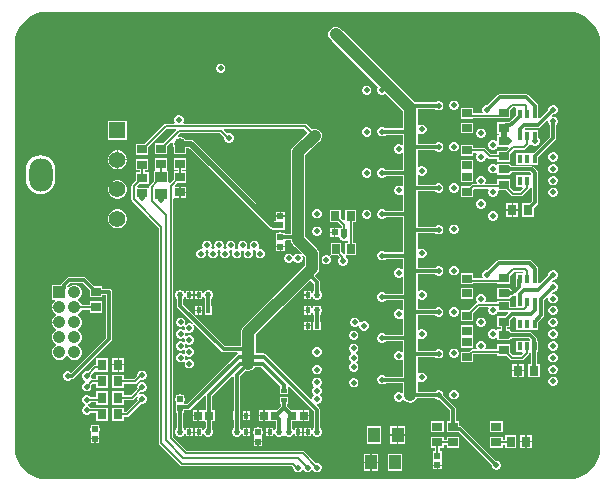
<source format=gbl>
G04*
G04 #@! TF.GenerationSoftware,Altium Limited,Altium Designer,24.4.1 (13)*
G04*
G04 Layer_Physical_Order=4*
G04 Layer_Color=16711680*
%FSLAX44Y44*%
%MOMM*%
G71*
G04*
G04 #@! TF.SameCoordinates,6757478C-E6A1-41AE-BC66-293F91E3D7AC*
G04*
G04*
G04 #@! TF.FilePolarity,Positive*
G04*
G01*
G75*
%ADD11C,0.5000*%
%ADD12C,0.2000*%
%ADD24R,0.8500X0.7000*%
%ADD25R,0.8500X0.7500*%
%ADD36R,0.7500X0.8500*%
%ADD40R,0.5200X0.5200*%
%ADD46R,0.5200X0.5200*%
%ADD58R,1.4000X1.4000*%
%ADD59C,1.4000*%
G04:AMPARAMS|DCode=60|XSize=2.8mm|YSize=2mm|CornerRadius=1mm|HoleSize=0mm|Usage=FLASHONLY|Rotation=270.000|XOffset=0mm|YOffset=0mm|HoleType=Round|Shape=RoundedRectangle|*
%AMROUNDEDRECTD60*
21,1,2.8000,0.0000,0,0,270.0*
21,1,0.8000,2.0000,0,0,270.0*
1,1,2.0000,0.0000,-0.4000*
1,1,2.0000,0.0000,0.4000*
1,1,2.0000,0.0000,0.4000*
1,1,2.0000,0.0000,-0.4000*
%
%ADD60ROUNDEDRECTD60*%
%ADD65C,1.0000*%
%ADD66C,0.3000*%
%ADD67C,1.0600*%
%ADD68R,1.0600X1.0600*%
%ADD69C,0.5000*%
%ADD70C,1.0000*%
%ADD71C,4.0000*%
%ADD72R,1.0500X0.9000*%
%ADD73R,0.8000X0.9500*%
%ADD74R,1.0000X1.2500*%
%ADD75R,0.4000X0.8000*%
%ADD76R,0.7000X0.8500*%
%ADD77R,0.4000X0.5000*%
%ADD78R,0.7154X0.6725*%
%ADD79R,0.5000X0.4000*%
G36*
X475467Y397482D02*
X479007Y396534D01*
X482393Y395131D01*
X485568Y393299D01*
X488475Y391067D01*
X491067Y388475D01*
X493299Y385568D01*
X495131Y382393D01*
X496534Y379007D01*
X497482Y375467D01*
X497961Y371833D01*
Y370000D01*
Y30000D01*
Y28167D01*
X497482Y24533D01*
X496534Y20993D01*
X495131Y17607D01*
X493299Y14432D01*
X491067Y11525D01*
X488475Y8933D01*
X485568Y6701D01*
X482393Y4869D01*
X479007Y3466D01*
X475467Y2517D01*
X471833Y2039D01*
X28167D01*
X24533Y2517D01*
X20993Y3466D01*
X17607Y4869D01*
X14432Y6701D01*
X11525Y8933D01*
X8933Y11525D01*
X6701Y14432D01*
X4869Y17607D01*
X3466Y20993D01*
X2517Y24533D01*
X2039Y28167D01*
Y30000D01*
Y370000D01*
Y371833D01*
X2517Y375467D01*
X3466Y379007D01*
X4869Y382393D01*
X6701Y385568D01*
X8933Y388475D01*
X11525Y391067D01*
X14432Y393299D01*
X17607Y395131D01*
X20993Y396534D01*
X24533Y397482D01*
X28167Y397961D01*
X471833D01*
X475467Y397482D01*
D02*
G37*
%LPC*%
G36*
X177296Y354000D02*
X175704D01*
X174234Y353391D01*
X173109Y352266D01*
X172500Y350796D01*
Y349204D01*
X173109Y347734D01*
X174234Y346609D01*
X175704Y346000D01*
X177296D01*
X178766Y346609D01*
X179891Y347734D01*
X180500Y349204D01*
Y350796D01*
X179891Y352266D01*
X178766Y353391D01*
X177296Y354000D01*
D02*
G37*
G36*
X300796Y335250D02*
X299204D01*
X297734Y334641D01*
X296609Y333516D01*
X296000Y332046D01*
Y330454D01*
X296609Y328984D01*
X297734Y327859D01*
X299204Y327250D01*
X300796D01*
X302266Y327859D01*
X303391Y328984D01*
X304000Y330454D01*
Y332046D01*
X303391Y333516D01*
X302266Y334641D01*
X300796Y335250D01*
D02*
G37*
G36*
X374796Y322750D02*
X373204D01*
X371734Y322141D01*
X370609Y321016D01*
X370000Y319546D01*
Y317954D01*
X370609Y316484D01*
X371734Y315359D01*
X373204Y314750D01*
X374796D01*
X376266Y315359D01*
X377391Y316484D01*
X378000Y317954D01*
Y319546D01*
X377391Y321016D01*
X376266Y322141D01*
X374796Y322750D01*
D02*
G37*
G36*
X275247Y385270D02*
X272753D01*
X270448Y384315D01*
X268685Y382552D01*
X267730Y380247D01*
Y377753D01*
X268685Y375448D01*
X270448Y373685D01*
X270777Y373548D01*
X310084Y334241D01*
X309609Y333766D01*
X309000Y332296D01*
Y330704D01*
X309609Y329234D01*
X310734Y328109D01*
X312204Y327500D01*
X313796D01*
X315266Y328109D01*
X315741Y328584D01*
X330866Y313459D01*
Y299065D01*
X316091D01*
X315266Y299891D01*
X313796Y300500D01*
X312204D01*
X310734Y299891D01*
X309609Y298766D01*
X309000Y297296D01*
Y295704D01*
X309609Y294234D01*
X310734Y293109D01*
X312204Y292500D01*
X313796D01*
X315266Y293109D01*
X316091Y293935D01*
X330866D01*
Y285587D01*
X329596Y285061D01*
X329516Y285141D01*
X328046Y285750D01*
X326454D01*
X324984Y285141D01*
X323859Y284016D01*
X323250Y282546D01*
Y280954D01*
X323859Y279484D01*
X324984Y278359D01*
X326454Y277750D01*
X328046D01*
X329516Y278359D01*
X329596Y278439D01*
X330866Y277913D01*
Y264065D01*
X316091D01*
X315266Y264891D01*
X313796Y265500D01*
X312204D01*
X310734Y264891D01*
X309609Y263766D01*
X309000Y262296D01*
Y260704D01*
X309609Y259234D01*
X310734Y258109D01*
X312204Y257500D01*
X313796D01*
X315266Y258109D01*
X316091Y258935D01*
X330866D01*
Y250587D01*
X329596Y250061D01*
X329516Y250141D01*
X328046Y250750D01*
X326454D01*
X324984Y250141D01*
X323859Y249016D01*
X323250Y247546D01*
Y245954D01*
X323859Y244484D01*
X324984Y243359D01*
X326454Y242750D01*
X328046D01*
X329516Y243359D01*
X329596Y243439D01*
X330866Y242913D01*
Y229065D01*
X316091D01*
X315266Y229891D01*
X313796Y230500D01*
X312204D01*
X310734Y229891D01*
X309609Y228766D01*
X309000Y227296D01*
Y225704D01*
X309609Y224234D01*
X310734Y223109D01*
X312204Y222500D01*
X313796D01*
X315266Y223109D01*
X316091Y223935D01*
X330866D01*
Y214000D01*
Y194065D01*
X316091D01*
X315266Y194891D01*
X313796Y195500D01*
X312204D01*
X310734Y194891D01*
X309609Y193766D01*
X309000Y192296D01*
Y190704D01*
X309609Y189234D01*
X310734Y188109D01*
X312204Y187500D01*
X313796D01*
X315266Y188109D01*
X316091Y188935D01*
X330866D01*
Y180587D01*
X329596Y180061D01*
X329516Y180141D01*
X328046Y180750D01*
X326454D01*
X324984Y180141D01*
X323859Y179016D01*
X323250Y177546D01*
Y175954D01*
X323859Y174484D01*
X324984Y173359D01*
X326454Y172750D01*
X328046D01*
X329516Y173359D01*
X329596Y173439D01*
X330866Y172913D01*
Y159065D01*
X316091D01*
X315266Y159891D01*
X313796Y160500D01*
X312204D01*
X310734Y159891D01*
X309609Y158766D01*
X309000Y157296D01*
Y155704D01*
X309609Y154234D01*
X310734Y153109D01*
X312204Y152500D01*
X313796D01*
X315266Y153109D01*
X316091Y153935D01*
X330866D01*
Y145837D01*
X329596Y145311D01*
X329516Y145391D01*
X328046Y146000D01*
X326454D01*
X324984Y145391D01*
X323859Y144266D01*
X323250Y142796D01*
Y141204D01*
X323859Y139734D01*
X324984Y138609D01*
X326454Y138000D01*
X328046D01*
X329516Y138609D01*
X329596Y138689D01*
X330866Y138163D01*
Y124065D01*
X316091D01*
X315266Y124891D01*
X313796Y125500D01*
X312204D01*
X310734Y124891D01*
X309609Y123766D01*
X309000Y122296D01*
Y120704D01*
X309609Y119234D01*
X310734Y118109D01*
X312204Y117500D01*
X313796D01*
X315266Y118109D01*
X316091Y118935D01*
X330866D01*
Y110587D01*
X329596Y110061D01*
X329516Y110141D01*
X328046Y110750D01*
X326454D01*
X324984Y110141D01*
X323859Y109016D01*
X323250Y107546D01*
Y105954D01*
X323859Y104484D01*
X324984Y103359D01*
X326454Y102750D01*
X328046D01*
X329516Y103359D01*
X329596Y103439D01*
X330866Y102913D01*
Y89065D01*
X316091D01*
X315266Y89891D01*
X313796Y90500D01*
X312204D01*
X310734Y89891D01*
X309609Y88766D01*
X309000Y87296D01*
Y85704D01*
X309609Y84234D01*
X310734Y83109D01*
X312204Y82500D01*
X313796D01*
X315266Y83109D01*
X316091Y83935D01*
X330866D01*
Y75587D01*
X329596Y75061D01*
X329516Y75141D01*
X328046Y75750D01*
X326454D01*
X324984Y75141D01*
X323859Y74016D01*
X323250Y72546D01*
Y70954D01*
X323859Y69484D01*
X324984Y68359D01*
X326454Y67750D01*
X328046D01*
X329516Y68359D01*
X330608Y69451D01*
X330647Y69485D01*
X332053Y69575D01*
X332663Y68663D01*
X334653Y67333D01*
X337000Y66866D01*
X339347Y67333D01*
X341337Y68663D01*
X342667Y70653D01*
X342723Y70935D01*
X357909D01*
X358734Y70109D01*
X360204Y69500D01*
X361372D01*
X370435Y60437D01*
Y51266D01*
X367734D01*
Y41734D01*
X378266D01*
X378266Y41734D01*
Y41734D01*
X379166Y40957D01*
X406000Y14122D01*
Y12954D01*
X406609Y11484D01*
X407734Y10359D01*
X409204Y9750D01*
X410796D01*
X412266Y10359D01*
X413391Y11484D01*
X414000Y12954D01*
Y14546D01*
X413391Y16016D01*
X412266Y17141D01*
X410796Y17750D01*
X409628D01*
X381121Y46257D01*
X380289Y46813D01*
X379307Y47008D01*
X378266D01*
Y51266D01*
X375565D01*
Y61500D01*
X375370Y62482D01*
X374814Y63314D01*
X365000Y73128D01*
Y74296D01*
X364391Y75766D01*
X363266Y76891D01*
X361796Y77500D01*
X360204D01*
X358734Y76891D01*
X357909Y76065D01*
X343134D01*
Y84413D01*
X344404Y84939D01*
X344484Y84859D01*
X345954Y84250D01*
X347546D01*
X349016Y84859D01*
X350141Y85984D01*
X350750Y87454D01*
Y89046D01*
X350141Y90516D01*
X349016Y91641D01*
X347546Y92250D01*
X345954D01*
X344484Y91641D01*
X344404Y91561D01*
X343134Y92087D01*
Y105935D01*
X357909D01*
X358734Y105109D01*
X360204Y104500D01*
X361796D01*
X363266Y105109D01*
X364391Y106234D01*
X365000Y107704D01*
Y109296D01*
X364391Y110766D01*
X363266Y111891D01*
X361796Y112500D01*
X360204D01*
X358734Y111891D01*
X357909Y111065D01*
X343134D01*
Y121131D01*
X344404Y121657D01*
X344484Y121577D01*
X345954Y120968D01*
X347546D01*
X349016Y121577D01*
X350141Y122702D01*
X350750Y124172D01*
Y125764D01*
X350141Y127234D01*
X349016Y128359D01*
X347546Y128968D01*
X345954D01*
X344484Y128359D01*
X344404Y128279D01*
X343134Y128805D01*
Y140935D01*
X357909D01*
X358734Y140109D01*
X360204Y139500D01*
X361796D01*
X363266Y140109D01*
X364391Y141234D01*
X365000Y142704D01*
Y144296D01*
X364391Y145766D01*
X363266Y146891D01*
X361796Y147500D01*
X360204D01*
X358734Y146891D01*
X357909Y146065D01*
X343134D01*
Y154413D01*
X344404Y154939D01*
X344484Y154859D01*
X345954Y154250D01*
X347546D01*
X349016Y154859D01*
X350141Y155984D01*
X350750Y157454D01*
Y159046D01*
X350141Y160516D01*
X349016Y161641D01*
X347546Y162250D01*
X345954D01*
X344484Y161641D01*
X344404Y161561D01*
X343134Y162087D01*
Y175935D01*
X357909D01*
X358734Y175109D01*
X360204Y174500D01*
X361796D01*
X363266Y175109D01*
X364391Y176234D01*
X365000Y177704D01*
Y179296D01*
X364391Y180766D01*
X363266Y181891D01*
X361796Y182500D01*
X360204D01*
X358734Y181891D01*
X357909Y181065D01*
X343134D01*
Y189413D01*
X344404Y189939D01*
X344484Y189859D01*
X345954Y189250D01*
X347546D01*
X349016Y189859D01*
X350141Y190984D01*
X350750Y192454D01*
Y194046D01*
X350141Y195516D01*
X349016Y196641D01*
X347546Y197250D01*
X345954D01*
X344484Y196641D01*
X344404Y196561D01*
X343134Y197087D01*
Y210935D01*
X357908D01*
X358734Y210109D01*
X360204Y209500D01*
X361796D01*
X363266Y210109D01*
X364391Y211234D01*
X365000Y212704D01*
Y214296D01*
X364391Y215766D01*
X363266Y216891D01*
X361796Y217500D01*
X360204D01*
X358734Y216891D01*
X357908Y216065D01*
X343134D01*
Y226000D01*
Y245935D01*
X357908D01*
X358734Y245109D01*
X360204Y244500D01*
X361796D01*
X363266Y245109D01*
X364391Y246234D01*
X365000Y247704D01*
Y249296D01*
X364391Y250766D01*
X363266Y251891D01*
X361796Y252500D01*
X360204D01*
X358734Y251891D01*
X357908Y251065D01*
X343134D01*
Y259413D01*
X344404Y259939D01*
X344484Y259859D01*
X345954Y259250D01*
X347546D01*
X349016Y259859D01*
X350141Y260984D01*
X350750Y262454D01*
Y264046D01*
X350141Y265516D01*
X349016Y266641D01*
X347546Y267250D01*
X345954D01*
X344484Y266641D01*
X344404Y266561D01*
X343134Y267087D01*
Y280935D01*
X357908D01*
X358734Y280109D01*
X360204Y279500D01*
X361796D01*
X363266Y280109D01*
X364391Y281234D01*
X365000Y282704D01*
Y284296D01*
X364391Y285766D01*
X363266Y286891D01*
X361796Y287500D01*
X360204D01*
X358734Y286891D01*
X357908Y286065D01*
X343134D01*
Y294413D01*
X344404Y294939D01*
X344484Y294859D01*
X345954Y294250D01*
X347546D01*
X349016Y294859D01*
X350141Y295984D01*
X350750Y297454D01*
Y299046D01*
X350141Y300516D01*
X349016Y301641D01*
X347546Y302250D01*
X345954D01*
X344484Y301641D01*
X344404Y301561D01*
X343134Y302087D01*
Y315935D01*
X357908D01*
X358734Y315109D01*
X360204Y314500D01*
X361796D01*
X363266Y315109D01*
X364391Y316234D01*
X365000Y317704D01*
Y319296D01*
X364391Y320766D01*
X363266Y321891D01*
X361796Y322500D01*
X360204D01*
X358734Y321891D01*
X357908Y321065D01*
X340609D01*
X279452Y382223D01*
X279315Y382552D01*
X277552Y384315D01*
X275247Y385270D01*
D02*
G37*
G36*
X141796Y310500D02*
X140204D01*
X138734Y309891D01*
X137609Y308766D01*
X137000Y307296D01*
Y305704D01*
X137609Y304234D01*
X136992Y303055D01*
X130000D01*
X130000Y303055D01*
X129213Y302899D01*
X128547Y302453D01*
X128546Y302453D01*
X112359Y286266D01*
X104734D01*
Y276734D01*
X115266D01*
Y283359D01*
X130851Y298944D01*
X138242D01*
X138768Y297675D01*
X127859Y286766D01*
X120734D01*
Y277234D01*
X131266D01*
Y284359D01*
X134557Y287650D01*
X135102Y287465D01*
X135730Y287027D01*
Y284758D01*
X136685Y282454D01*
X136734Y282405D01*
Y277234D01*
X147266D01*
Y282405D01*
X147276Y282415D01*
X150015D01*
X217965Y214465D01*
X219128Y213688D01*
X220500Y213415D01*
X223385D01*
Y213385D01*
X225276D01*
X226204Y213000D01*
X227796D01*
X228724Y213385D01*
X230617D01*
Y215279D01*
X231000Y216204D01*
Y217796D01*
X230617Y218721D01*
X230617Y221385D01*
X230617Y221887D01*
Y224493D01*
X227001D01*
X223385D01*
Y221887D01*
X223385Y221385D01*
X222446Y220585D01*
X221985D01*
X154035Y288535D01*
X152872Y289312D01*
X151500Y289585D01*
X147288D01*
X145552Y291321D01*
X143247Y292276D01*
X140979D01*
X140541Y292903D01*
X140356Y293449D01*
X141851Y294944D01*
X175837D01*
X179500Y291281D01*
Y290204D01*
X180109Y288734D01*
X181234Y287609D01*
X182704Y287000D01*
X184296D01*
X185766Y287609D01*
X186891Y288734D01*
X187500Y290204D01*
Y291796D01*
X186891Y293266D01*
X185766Y294391D01*
X184296Y295000D01*
X182704D01*
X181920Y294675D01*
X178921Y297675D01*
X179447Y298944D01*
X246899D01*
X250209Y295634D01*
X237663Y283087D01*
X236333Y281097D01*
X235866Y278750D01*
Y209565D01*
X230616D01*
Y210616D01*
X228723D01*
X227796Y211000D01*
X226204D01*
X225277Y210616D01*
X223384D01*
Y208723D01*
X223000Y207796D01*
Y206204D01*
X223384Y205277D01*
X223384Y202616D01*
X223384Y202114D01*
Y199508D01*
X227000D01*
X230616D01*
Y202114D01*
X230616Y203384D01*
X231659Y204435D01*
X235979D01*
X236333Y202653D01*
X237663Y200663D01*
X238862Y199862D01*
X239663Y198663D01*
X244946Y193379D01*
X244266Y192391D01*
X242796Y193000D01*
X241204D01*
X239734Y192391D01*
X238720Y191377D01*
X238000Y191317D01*
X237280Y191377D01*
X236266Y192391D01*
X234796Y193000D01*
X233204D01*
X231734Y192391D01*
X230609Y191266D01*
X230000Y189796D01*
Y188204D01*
X230609Y186734D01*
X231734Y185609D01*
X233204Y185000D01*
X234796D01*
X236266Y185609D01*
X237280Y186623D01*
X238000Y186683D01*
X238720Y186623D01*
X239734Y185609D01*
X241204Y185000D01*
X242796D01*
X244266Y185609D01*
X245391Y186734D01*
X246000Y188204D01*
Y189796D01*
X245391Y191266D01*
X246379Y191946D01*
X247804Y190522D01*
Y183188D01*
X245663Y181047D01*
X195663Y131047D01*
X194333Y129057D01*
X193866Y126710D01*
Y114565D01*
X180063D01*
X144565Y150063D01*
Y154484D01*
X145016D01*
Y155359D01*
X145391Y155734D01*
X145714Y156514D01*
X146984Y156261D01*
Y154484D01*
X149492D01*
Y158000D01*
Y161516D01*
X146984D01*
Y159739D01*
X145714Y159486D01*
X145391Y160266D01*
X145016Y160641D01*
Y161516D01*
X143964D01*
X142796Y162000D01*
X141204D01*
X140036Y161516D01*
X138984D01*
Y160641D01*
X138609Y160266D01*
X138000Y158796D01*
Y157204D01*
X138609Y155734D01*
X138984Y155359D01*
Y154484D01*
X139435D01*
Y149000D01*
X139630Y148018D01*
X140186Y147186D01*
X153026Y134346D01*
X152266Y133391D01*
X150796Y134000D01*
X149204D01*
X147734Y133391D01*
X147399Y133056D01*
X146322Y133775D01*
X146500Y134204D01*
Y135796D01*
X145891Y137266D01*
X144766Y138391D01*
X143296Y139000D01*
X141704D01*
X140234Y138391D01*
X139109Y137266D01*
X138500Y135796D01*
Y134204D01*
X139109Y132734D01*
X140234Y131609D01*
X141704Y131000D01*
X143296D01*
X144766Y131609D01*
X145101Y131944D01*
X146178Y131225D01*
X146000Y130796D01*
Y129204D01*
X146178Y128775D01*
X145101Y128056D01*
X144766Y128391D01*
X143296Y129000D01*
X141704D01*
X140234Y128391D01*
X139109Y127266D01*
X138500Y125796D01*
Y124204D01*
X139109Y122734D01*
X140234Y121609D01*
X141704Y121000D01*
X143296D01*
X144766Y121609D01*
X145101Y121944D01*
X146178Y121225D01*
X146000Y120796D01*
Y119204D01*
X146178Y118775D01*
X145101Y118056D01*
X144766Y118391D01*
X143296Y119000D01*
X141704D01*
X140234Y118391D01*
X139109Y117266D01*
X138500Y115796D01*
Y114204D01*
X139109Y112734D01*
X140234Y111609D01*
X141704Y111000D01*
X143296D01*
X144766Y111609D01*
X145101Y111944D01*
X146178Y111225D01*
X146000Y110796D01*
Y109204D01*
X146178Y108775D01*
X145101Y108056D01*
X144766Y108391D01*
X143296Y109000D01*
X141704D01*
X140234Y108391D01*
X139109Y107266D01*
X138500Y105796D01*
Y104204D01*
X139109Y102734D01*
X140234Y101609D01*
X141704Y101000D01*
X143296D01*
X144766Y101609D01*
X145101Y101944D01*
X146178Y101225D01*
X146000Y100796D01*
Y99204D01*
X146609Y97734D01*
X147734Y96609D01*
X149204Y96000D01*
X150796D01*
X152266Y96609D01*
X153391Y97734D01*
X154000Y99204D01*
Y100796D01*
X153391Y102266D01*
X152266Y103391D01*
X150796Y104000D01*
X149204D01*
X147734Y103391D01*
X147399Y103056D01*
X146322Y103775D01*
X146500Y104204D01*
Y105796D01*
X146322Y106225D01*
X147399Y106944D01*
X147734Y106609D01*
X149204Y106000D01*
X150796D01*
X152266Y106609D01*
X153391Y107734D01*
X154000Y109204D01*
Y110796D01*
X153391Y112266D01*
X152266Y113391D01*
X150796Y114000D01*
X149204D01*
X147734Y113391D01*
X147399Y113056D01*
X146322Y113775D01*
X146500Y114204D01*
Y115796D01*
X146322Y116225D01*
X147399Y116944D01*
X147734Y116609D01*
X149204Y116000D01*
X150796D01*
X152266Y116609D01*
X153391Y117734D01*
X154000Y119204D01*
Y120796D01*
X153391Y122266D01*
X152266Y123391D01*
X150796Y124000D01*
X149204D01*
X147734Y123391D01*
X147399Y123056D01*
X146322Y123775D01*
X146500Y124204D01*
Y125796D01*
X146322Y126225D01*
X147399Y126944D01*
X147734Y126609D01*
X149204Y126000D01*
X150796D01*
X152266Y126609D01*
X153391Y127734D01*
X154000Y129204D01*
Y130796D01*
X153391Y132266D01*
X154346Y133026D01*
X177186Y110186D01*
X178018Y109630D01*
X179000Y109435D01*
X190578D01*
X190933Y108165D01*
X190408Y107814D01*
X148037Y65443D01*
X146411D01*
X145616Y66384D01*
X145616Y66886D01*
Y68277D01*
X146000Y69204D01*
Y70796D01*
X145616Y71723D01*
Y73616D01*
X143723D01*
X142796Y74000D01*
X141204D01*
X140277Y73616D01*
X138384D01*
Y71723D01*
X138000Y70796D01*
Y69204D01*
X138384Y68277D01*
X138384Y65616D01*
X138384Y65114D01*
Y58384D01*
X139435D01*
Y45516D01*
X138984D01*
Y44641D01*
X138609Y44266D01*
X138000Y42796D01*
Y41204D01*
X138609Y39734D01*
X138984Y39359D01*
Y38484D01*
X140036D01*
X141204Y38000D01*
X142796D01*
X143964Y38484D01*
X145016D01*
Y39359D01*
X145391Y39734D01*
X145714Y40514D01*
X146984Y40261D01*
Y38484D01*
X149492D01*
Y42000D01*
Y45516D01*
X146984D01*
Y43739D01*
X145714Y43486D01*
X145391Y44266D01*
X145016Y44641D01*
Y45516D01*
X144565D01*
Y58384D01*
X145616D01*
Y60313D01*
X149100D01*
X150082Y60508D01*
X150914Y61064D01*
X162950Y73101D01*
X164220Y72575D01*
Y61276D01*
X163322Y60378D01*
X162193Y60378D01*
X160923Y60378D01*
X157722D01*
Y56000D01*
Y51622D01*
X160923D01*
X161807Y51622D01*
X162929Y51622D01*
X163827Y50724D01*
Y45516D01*
X162984D01*
Y44641D01*
X162609Y44266D01*
X162286Y43486D01*
X161016Y43739D01*
Y45516D01*
X158508D01*
Y42000D01*
Y38484D01*
X161016D01*
Y40261D01*
X162286Y40514D01*
X162609Y39734D01*
X162984Y39359D01*
Y38484D01*
X164036D01*
X165204Y38000D01*
X166796D01*
X167964Y38484D01*
X169016D01*
Y39359D01*
X169391Y39734D01*
X170000Y41204D01*
Y42796D01*
X169391Y44266D01*
X169016Y44641D01*
Y45516D01*
X168958D01*
Y51622D01*
X171378D01*
Y60378D01*
X169351D01*
Y72723D01*
X186165Y89537D01*
X187435Y89011D01*
Y59516D01*
X186984D01*
Y52484D01*
X187435D01*
Y45516D01*
X186984D01*
Y44641D01*
X186609Y44266D01*
X186000Y42796D01*
Y41204D01*
X186609Y39734D01*
X186984Y39359D01*
Y38484D01*
X188036D01*
X189204Y38000D01*
X190796D01*
X191964Y38484D01*
X193016D01*
Y39359D01*
X193391Y39734D01*
X193714Y40514D01*
X194984Y40261D01*
Y38484D01*
X197492D01*
Y42000D01*
Y45516D01*
X194984D01*
Y43739D01*
X193714Y43486D01*
X193391Y44266D01*
X193016Y44641D01*
Y45516D01*
X192565D01*
Y52484D01*
X193016D01*
Y59516D01*
X192565D01*
Y88937D01*
X197910Y94282D01*
X200000Y93866D01*
X202347Y94333D01*
X204337Y95663D01*
X205521Y97435D01*
X210937D01*
X227086Y81286D01*
X226593Y80016D01*
X226484D01*
Y73984D01*
X233516D01*
Y80016D01*
X233482D01*
X233463Y80113D01*
X234634Y80738D01*
X255435Y59937D01*
Y45516D01*
X254984D01*
Y44641D01*
X254609Y44266D01*
X254286Y43486D01*
X253016Y43739D01*
Y45516D01*
X250508D01*
Y42000D01*
Y38484D01*
X253016D01*
Y40261D01*
X254286Y40514D01*
X254609Y39734D01*
X254984Y39359D01*
Y38484D01*
X256036D01*
X257204Y38000D01*
X258796D01*
X259964Y38484D01*
X261016D01*
Y39359D01*
X261391Y39734D01*
X262000Y41204D01*
Y42796D01*
X261391Y44266D01*
X261016Y44641D01*
Y45516D01*
X260565D01*
Y61000D01*
X260370Y61982D01*
X259814Y62814D01*
X257898Y64730D01*
X258424Y66000D01*
X258796D01*
X260266Y66609D01*
X261391Y67734D01*
X262000Y69204D01*
Y70796D01*
X261391Y72266D01*
X260986Y72670D01*
X260350Y73500D01*
X260986Y74330D01*
X261391Y74734D01*
X262000Y76204D01*
Y77796D01*
X261391Y79266D01*
X260951Y79706D01*
X260342Y80499D01*
X260951Y81365D01*
X261355Y81770D01*
X261964Y83240D01*
Y84831D01*
X261355Y86301D01*
X260230Y87427D01*
X258760Y88035D01*
X257169D01*
X255699Y87427D01*
X254573Y86301D01*
X253965Y84831D01*
Y83240D01*
X254573Y81770D01*
X255014Y81330D01*
X255623Y80536D01*
X255014Y79670D01*
X254609Y79266D01*
X254000Y77796D01*
Y76204D01*
X254609Y74734D01*
X255014Y74330D01*
X255651Y73500D01*
X255014Y72670D01*
X254609Y72266D01*
X254000Y70796D01*
Y70424D01*
X252730Y69898D01*
X214814Y107814D01*
X213982Y108370D01*
X213000Y108565D01*
X206134D01*
Y112000D01*
Y124169D01*
X252523Y170559D01*
X255435Y167647D01*
Y161516D01*
X254984D01*
Y160641D01*
X254609Y160266D01*
X254286Y159486D01*
X253016Y159739D01*
Y161516D01*
X250508D01*
Y158000D01*
Y154484D01*
X253016D01*
Y156261D01*
X254286Y156514D01*
X254609Y155734D01*
X254984Y155359D01*
Y154484D01*
X256036D01*
X257204Y154000D01*
X258796D01*
X259964Y154484D01*
X261016D01*
Y155359D01*
X261391Y155734D01*
X262000Y157204D01*
Y158796D01*
X261391Y160266D01*
X261016Y160641D01*
Y161516D01*
X260565D01*
Y168710D01*
X260370Y169692D01*
X259814Y170524D01*
X256151Y174186D01*
X258275Y176310D01*
X259605Y178300D01*
X260072Y180647D01*
Y193062D01*
X259605Y195410D01*
X258275Y197400D01*
X248337Y207337D01*
X248134Y207473D01*
Y276209D01*
X259223Y287298D01*
X259552Y287435D01*
X261315Y289198D01*
X262270Y291503D01*
Y293997D01*
X261315Y296302D01*
X259552Y298065D01*
X257247Y299020D01*
X254753D01*
X253257Y298400D01*
X249203Y302453D01*
X248537Y302899D01*
X247750Y303055D01*
X247750Y303055D01*
X145008D01*
X144391Y304234D01*
X145000Y305704D01*
Y307296D01*
X144391Y308766D01*
X143266Y309891D01*
X141796Y310500D01*
D02*
G37*
G36*
X390266Y304016D02*
X379734D01*
Y294984D01*
X390266D01*
Y304016D01*
D02*
G37*
G36*
X300796Y300250D02*
X299204D01*
X297734Y299641D01*
X296609Y298516D01*
X296000Y297046D01*
Y295454D01*
X296609Y293984D01*
X297734Y292859D01*
X299204Y292250D01*
X300796D01*
X302266Y292859D01*
X303391Y293984D01*
X304000Y295454D01*
Y297046D01*
X303391Y298516D01*
X302266Y299641D01*
X300796Y300250D01*
D02*
G37*
G36*
X397796Y299000D02*
X396204D01*
X394734Y298391D01*
X393609Y297266D01*
X393000Y295796D01*
Y294204D01*
X393609Y292734D01*
X394734Y291609D01*
X396204Y291000D01*
X397796D01*
X399266Y291609D01*
X400391Y292734D01*
X401000Y294204D01*
Y295796D01*
X400391Y297266D01*
X399266Y298391D01*
X397796Y299000D01*
D02*
G37*
G36*
X97016Y305516D02*
X80984D01*
Y289484D01*
X97016D01*
Y305516D01*
D02*
G37*
G36*
X374796Y287750D02*
X373204D01*
X371734Y287141D01*
X370609Y286016D01*
X370000Y284546D01*
Y282954D01*
X370609Y281484D01*
X371734Y280359D01*
X373204Y279750D01*
X374796D01*
X376266Y280359D01*
X377391Y281484D01*
X378000Y282954D01*
Y284546D01*
X377391Y286016D01*
X376266Y287141D01*
X374796Y287750D01*
D02*
G37*
G36*
X435000Y328565D02*
X413000D01*
X412018Y328370D01*
X411186Y327814D01*
X402372Y319000D01*
X401204D01*
X399734Y318391D01*
X398609Y317266D01*
X398000Y315796D01*
Y314204D01*
X398364Y313326D01*
X397628Y312055D01*
X390266D01*
Y316516D01*
X379734D01*
Y307484D01*
X390266D01*
Y307945D01*
X410734D01*
Y307734D01*
X421266D01*
Y314359D01*
X423851Y316945D01*
X425392D01*
X426484Y316516D01*
X426484Y315674D01*
Y310112D01*
X422943Y306571D01*
X422943Y306571D01*
X420687Y304315D01*
X418250D01*
X418002Y304266D01*
X410734D01*
Y294734D01*
X412415D01*
Y293266D01*
X410734D01*
Y288719D01*
X409464Y288193D01*
X409266Y288391D01*
X407796Y289000D01*
X406204D01*
X404734Y288391D01*
X403609Y287266D01*
X403000Y285796D01*
Y284204D01*
X403609Y282734D01*
X404734Y281609D01*
X406204Y281000D01*
X407796D01*
X409266Y281609D01*
X410391Y282734D01*
X410805Y283734D01*
X420031D01*
X420557Y282464D01*
X418359Y280266D01*
X410734D01*
Y277556D01*
X405226D01*
X400829Y281954D01*
X400162Y282399D01*
X399375Y282556D01*
X399375Y282556D01*
X390266D01*
Y285016D01*
X379734D01*
Y275984D01*
X390266D01*
Y278444D01*
X392992D01*
X393609Y277266D01*
X393000Y275796D01*
Y274204D01*
X393609Y272734D01*
X394734Y271609D01*
X396204Y271000D01*
X397796D01*
X399266Y271609D01*
X400391Y272734D01*
X401000Y274204D01*
X402270Y274698D01*
X402921Y274047D01*
X402921Y274046D01*
X403588Y273601D01*
X404375Y273444D01*
X410734D01*
Y270734D01*
X421266D01*
Y277359D01*
X424851Y280944D01*
X433000D01*
X433000Y280944D01*
X433787Y281101D01*
X434453Y281546D01*
X437453Y284547D01*
X437453Y284547D01*
X437899Y285214D01*
X437994Y285690D01*
X438462Y285919D01*
X438824Y286011D01*
X439325Y286018D01*
X440234Y285109D01*
X441704Y284500D01*
X443296D01*
X444766Y285109D01*
X445891Y286234D01*
X446500Y287704D01*
Y289296D01*
X445891Y290766D01*
X445516Y291141D01*
Y297516D01*
X440286D01*
X439484Y297516D01*
Y297516D01*
X439016D01*
Y297516D01*
X434478D01*
X433912Y298774D01*
X434425Y299435D01*
X445000D01*
X445982Y299630D01*
X446814Y300186D01*
X452827Y306199D01*
X453393Y306004D01*
X454000Y305576D01*
Y304204D01*
X454609Y302734D01*
X455435Y301908D01*
Y292063D01*
X441888Y278516D01*
X439484Y278516D01*
X438214Y278516D01*
X433786D01*
X432984Y278516D01*
X431714Y278516D01*
X426484D01*
Y268484D01*
X431714D01*
X432516Y268484D01*
X433786Y268484D01*
X438214D01*
X439016Y268484D01*
X440286Y268484D01*
X445516D01*
Y274888D01*
X459814Y289186D01*
X460370Y290018D01*
X460565Y291000D01*
Y301908D01*
X461391Y302734D01*
X462000Y304204D01*
Y305796D01*
X461391Y307266D01*
X460266Y308391D01*
X458796Y309000D01*
X457424D01*
X456996Y309607D01*
X456842Y310056D01*
X457636Y311000D01*
X458796D01*
X460266Y311609D01*
X461391Y312734D01*
X462000Y314204D01*
Y315796D01*
X461391Y317266D01*
X460266Y318391D01*
X458796Y319000D01*
X457204D01*
X455734Y318391D01*
X454609Y317266D01*
X454000Y315796D01*
Y314628D01*
X446786Y307414D01*
X445516Y307940D01*
Y316516D01*
X445065D01*
Y318500D01*
X444870Y319482D01*
X444314Y320314D01*
X436814Y327814D01*
X435982Y328370D01*
X435000Y328565D01*
D02*
G37*
G36*
X90055Y280516D02*
X89508D01*
Y273008D01*
X97016D01*
Y273555D01*
X96470Y275594D01*
X95414Y277422D01*
X93922Y278914D01*
X92094Y279970D01*
X90055Y280516D01*
D02*
G37*
G36*
X88492D02*
X87945D01*
X85906Y279970D01*
X84078Y278914D01*
X82586Y277422D01*
X81530Y275594D01*
X80984Y273555D01*
Y273008D01*
X88492D01*
Y280516D01*
D02*
G37*
G36*
X458796Y279000D02*
X457204D01*
X455734Y278391D01*
X454609Y277266D01*
X454000Y275796D01*
Y274204D01*
X454609Y272734D01*
X455734Y271609D01*
X457204Y271000D01*
X458796D01*
X460266Y271609D01*
X461391Y272734D01*
X462000Y274204D01*
Y275796D01*
X461391Y277266D01*
X460266Y278391D01*
X458796Y279000D01*
D02*
G37*
G36*
X421266Y269266D02*
X410734D01*
Y268719D01*
X409464Y268193D01*
X409266Y268391D01*
X407796Y269000D01*
X406204D01*
X404734Y268391D01*
X403609Y267266D01*
X403000Y265796D01*
Y264204D01*
X403609Y262734D01*
X404734Y261609D01*
X406204Y261000D01*
X407796D01*
X409266Y261609D01*
X409464Y261807D01*
X410734Y261281D01*
Y259734D01*
X421266D01*
Y260591D01*
X422516Y261109D01*
X423341Y261935D01*
X438322D01*
X439310Y260922D01*
X439270Y259751D01*
X439016Y259516D01*
X438214Y259516D01*
X433786D01*
X432984Y259516D01*
X431714Y259516D01*
X426484D01*
Y249484D01*
X431781D01*
X432307Y248214D01*
X430149Y246056D01*
X424851D01*
X421266Y249641D01*
Y256266D01*
X410734D01*
Y252055D01*
X401372D01*
X400636Y253326D01*
X401000Y254204D01*
Y255796D01*
X400391Y257266D01*
X399266Y258391D01*
X397796Y259000D01*
X396204D01*
X394734Y258391D01*
X393609Y257266D01*
X393000Y255796D01*
Y254204D01*
X393364Y253326D01*
X392628Y252055D01*
X390250D01*
X390250Y252055D01*
X389463Y251899D01*
X388797Y251453D01*
X388797Y251453D01*
X387359Y250016D01*
X379734D01*
Y240984D01*
X390266D01*
Y247109D01*
X391101Y247945D01*
X402628D01*
X403364Y246674D01*
X403000Y245796D01*
Y244204D01*
X403609Y242734D01*
X404734Y241609D01*
X406204Y241000D01*
X407796D01*
X409266Y241609D01*
X410391Y242734D01*
X411000Y244204D01*
Y245574D01*
X411000Y245796D01*
X411986Y246734D01*
X418359D01*
X422547Y242547D01*
X422547Y242547D01*
X423213Y242101D01*
X424000Y241945D01*
X431000D01*
X431000Y241945D01*
X431787Y242101D01*
X432453Y242547D01*
X437453Y247547D01*
X437899Y248213D01*
X438023Y248836D01*
X438901Y249206D01*
X439935Y248414D01*
Y237563D01*
X438138Y235766D01*
X431734D01*
Y224234D01*
X441766D01*
Y232138D01*
X444314Y234686D01*
X444870Y235518D01*
X445065Y236500D01*
Y249484D01*
X445516D01*
Y259516D01*
X445065D01*
Y261750D01*
X444870Y262732D01*
X444314Y263564D01*
X441564Y266314D01*
X440732Y266870D01*
X439750Y267065D01*
X423341D01*
X422516Y267891D01*
X421266Y268409D01*
Y269266D01*
D02*
G37*
G36*
X97016Y271992D02*
X89508D01*
Y264484D01*
X90055D01*
X92094Y265030D01*
X93922Y266086D01*
X95414Y267578D01*
X96470Y269406D01*
X97016Y271445D01*
Y271992D01*
D02*
G37*
G36*
X88492D02*
X80984D01*
Y271445D01*
X81530Y269406D01*
X82586Y267578D01*
X84078Y266086D01*
X85906Y265030D01*
X87945Y264484D01*
X88492D01*
Y271992D01*
D02*
G37*
G36*
X458796Y269000D02*
X457204D01*
X455734Y268391D01*
X454609Y267266D01*
X454000Y265796D01*
Y264204D01*
X454609Y262734D01*
X455734Y261609D01*
X457204Y261000D01*
X458796D01*
X460266Y261609D01*
X461391Y262734D01*
X462000Y264204D01*
Y265796D01*
X461391Y267266D01*
X460266Y268391D01*
X458796Y269000D01*
D02*
G37*
G36*
X300796Y265250D02*
X299204D01*
X297734Y264641D01*
X296609Y263516D01*
X296000Y262046D01*
Y260454D01*
X296609Y258984D01*
X297734Y257859D01*
X299204Y257250D01*
X300796D01*
X302266Y257859D01*
X303391Y258984D01*
X304000Y260454D01*
Y262046D01*
X303391Y263516D01*
X302266Y264641D01*
X300796Y265250D01*
D02*
G37*
G36*
X390266Y272516D02*
X379734D01*
Y263786D01*
X379734Y263484D01*
Y262516D01*
X379734Y262214D01*
Y253484D01*
X390266D01*
Y262214D01*
X390266Y262516D01*
Y263484D01*
X390266Y263786D01*
Y272516D01*
D02*
G37*
G36*
X147266Y273766D02*
X136734D01*
Y264234D01*
X139944D01*
Y262766D01*
X136734D01*
Y256141D01*
X133536Y252943D01*
X132266Y253469D01*
Y263266D01*
X131995D01*
X131266Y264234D01*
Y273766D01*
X120734D01*
Y264234D01*
X120005Y263266D01*
X119734D01*
Y254449D01*
X119720Y254377D01*
X116546Y251203D01*
X116101Y250537D01*
X116003Y250043D01*
X115744Y249590D01*
X115024Y249016D01*
X110658D01*
Y244250D01*
X109642D01*
Y249016D01*
X106119D01*
X105593Y250286D01*
X107791Y252484D01*
X115416D01*
Y262016D01*
X112056D01*
Y263734D01*
X115266D01*
Y273266D01*
X104734D01*
Y263734D01*
X107944D01*
Y262016D01*
X104884D01*
Y255391D01*
X101546Y252053D01*
X101101Y251387D01*
X100944Y250600D01*
X100944Y250600D01*
Y239000D01*
X100944Y239000D01*
X101101Y238213D01*
X101546Y237547D01*
X123945Y215149D01*
Y33000D01*
X123945Y33000D01*
X124101Y32213D01*
X124546Y31546D01*
X142144Y13949D01*
X142144Y13949D01*
X142811Y13503D01*
X143597Y13347D01*
X143598Y13347D01*
X236934D01*
X238000Y12281D01*
Y11204D01*
X238609Y9734D01*
X239734Y8609D01*
X241204Y8000D01*
X242796D01*
X244266Y8609D01*
X245280Y9623D01*
X246000Y9683D01*
X246720Y9623D01*
X247734Y8609D01*
X249204Y8000D01*
X250796D01*
X252266Y8609D01*
X253280Y9623D01*
X254000Y9683D01*
X254720Y9623D01*
X255734Y8609D01*
X257204Y8000D01*
X258796D01*
X260266Y8609D01*
X261391Y9734D01*
X262000Y11204D01*
Y12796D01*
X261391Y14266D01*
X260266Y15391D01*
X258796Y16000D01*
X257204D01*
X256994Y15913D01*
X247453Y25454D01*
X246787Y25899D01*
X246000Y26056D01*
X246000Y26056D01*
X147851D01*
X136055Y37851D01*
Y239245D01*
X136734Y240234D01*
X137325Y240234D01*
X141492D01*
Y245000D01*
Y249766D01*
X137969D01*
X137443Y251036D01*
X139641Y253234D01*
X147266D01*
Y262766D01*
X144056D01*
Y264234D01*
X147266D01*
Y273766D01*
D02*
G37*
G36*
X458796Y259000D02*
X457204D01*
X455734Y258391D01*
X454609Y257266D01*
X454000Y255796D01*
Y254204D01*
X454609Y252734D01*
X455734Y251609D01*
X457204Y251000D01*
X458796D01*
X460266Y251609D01*
X461391Y252734D01*
X462000Y254204D01*
Y255796D01*
X461391Y257266D01*
X460266Y258391D01*
X458796Y259000D01*
D02*
G37*
G36*
X147266Y249766D02*
X142508D01*
Y245508D01*
X147266D01*
Y249766D01*
D02*
G37*
G36*
X374796Y252750D02*
X373204D01*
X371734Y252141D01*
X370609Y251016D01*
X370000Y249546D01*
Y247954D01*
X370609Y246484D01*
X371734Y245359D01*
X373204Y244750D01*
X374796D01*
X376266Y245359D01*
X377391Y246484D01*
X378000Y247954D01*
Y249546D01*
X377391Y251016D01*
X376266Y252141D01*
X374796Y252750D01*
D02*
G37*
G36*
X24000Y276608D02*
X20737Y276178D01*
X17696Y274919D01*
X15085Y272915D01*
X13081Y270304D01*
X11822Y267263D01*
X11392Y264000D01*
Y256000D01*
X11822Y252737D01*
X13081Y249696D01*
X15085Y247085D01*
X17696Y245081D01*
X20737Y243822D01*
X24000Y243392D01*
X27263Y243822D01*
X30304Y245081D01*
X32915Y247085D01*
X34919Y249696D01*
X36178Y252737D01*
X36608Y256000D01*
Y264000D01*
X36178Y267263D01*
X34919Y270304D01*
X32915Y272915D01*
X30304Y274919D01*
X27263Y276178D01*
X24000Y276608D01*
D02*
G37*
G36*
X458796Y249000D02*
X457204D01*
X455734Y248391D01*
X454609Y247266D01*
X454000Y245796D01*
Y244204D01*
X454609Y242734D01*
X455734Y241609D01*
X457204Y241000D01*
X458796D01*
X460266Y241609D01*
X461391Y242734D01*
X462000Y244204D01*
Y245796D01*
X461391Y247266D01*
X460266Y248391D01*
X458796Y249000D01*
D02*
G37*
G36*
X147266Y244492D02*
X142508D01*
Y240234D01*
X147266D01*
Y244492D01*
D02*
G37*
G36*
X90055Y255516D02*
X87945D01*
X85906Y254970D01*
X84078Y253914D01*
X82586Y252422D01*
X81530Y250594D01*
X80984Y248555D01*
Y246445D01*
X81530Y244406D01*
X82586Y242578D01*
X84078Y241086D01*
X85906Y240030D01*
X87945Y239484D01*
X90055D01*
X92094Y240030D01*
X93922Y241086D01*
X95414Y242578D01*
X96470Y244406D01*
X97016Y246445D01*
Y248555D01*
X96470Y250594D01*
X95414Y252422D01*
X93922Y253914D01*
X92094Y254970D01*
X90055Y255516D01*
D02*
G37*
G36*
X397796Y239000D02*
X396204D01*
X394734Y238391D01*
X393609Y237266D01*
X393000Y235796D01*
Y234204D01*
X393609Y232734D01*
X394734Y231609D01*
X396204Y231000D01*
X397796D01*
X399266Y231609D01*
X400391Y232734D01*
X401000Y234204D01*
Y235796D01*
X400391Y237266D01*
X399266Y238391D01*
X397796Y239000D01*
D02*
G37*
G36*
X428266Y235766D02*
X423758D01*
Y230508D01*
X428266D01*
Y235766D01*
D02*
G37*
G36*
X422742D02*
X418234D01*
Y230508D01*
X422742D01*
Y235766D01*
D02*
G37*
G36*
X230617Y228617D02*
X227509D01*
Y225509D01*
X230617D01*
Y228617D01*
D02*
G37*
G36*
X226493D02*
X223385D01*
Y225509D01*
X226493D01*
Y228617D01*
D02*
G37*
G36*
X428266Y229492D02*
X423758D01*
Y224234D01*
X428266D01*
Y229492D01*
D02*
G37*
G36*
X422742D02*
X418234D01*
Y224234D01*
X422742D01*
Y229492D01*
D02*
G37*
G36*
X258796Y231000D02*
X257204D01*
X255734Y230391D01*
X254609Y229266D01*
X254000Y227796D01*
Y226204D01*
X254609Y224734D01*
X255734Y223609D01*
X257204Y223000D01*
X258796D01*
X260266Y223609D01*
X261391Y224734D01*
X262000Y226204D01*
Y227796D01*
X261391Y229266D01*
X260266Y230391D01*
X258796Y231000D01*
D02*
G37*
G36*
X300796Y230250D02*
X299204D01*
X297734Y229641D01*
X296609Y228516D01*
X296000Y227046D01*
Y225454D01*
X296609Y223984D01*
X297734Y222859D01*
X299204Y222250D01*
X300796D01*
X302266Y222859D01*
X303391Y223984D01*
X304000Y225454D01*
Y227046D01*
X303391Y228516D01*
X302266Y229641D01*
X300796Y230250D01*
D02*
G37*
G36*
X407796Y229000D02*
X406204D01*
X404734Y228391D01*
X403609Y227266D01*
X403000Y225796D01*
Y224204D01*
X403609Y222734D01*
X404734Y221609D01*
X406204Y221000D01*
X407796D01*
X409266Y221609D01*
X410391Y222734D01*
X411000Y224204D01*
Y225796D01*
X410391Y227266D01*
X409266Y228391D01*
X407796Y229000D01*
D02*
G37*
G36*
X291266Y230266D02*
X281734D01*
Y221469D01*
X280464Y220943D01*
X278266Y223141D01*
Y230266D01*
X268734D01*
Y219734D01*
X275859D01*
X278849Y216744D01*
X278849Y215418D01*
X278046Y214616D01*
X276616Y214616D01*
X276114Y214616D01*
X273508D01*
Y211000D01*
Y207384D01*
X275827D01*
X276716Y207248D01*
X277329Y206409D01*
X277609Y205734D01*
X278734Y204609D01*
X280204Y204000D01*
X281796D01*
X283266Y204609D01*
X284445Y203992D01*
Y202266D01*
X281984D01*
Y192948D01*
X280714Y192443D01*
X278516Y194641D01*
Y202266D01*
X269484D01*
Y192980D01*
X269484Y192257D01*
X268458Y191381D01*
X268266Y191391D01*
X268013Y191496D01*
X266796Y192000D01*
X265204D01*
X263734Y191391D01*
X262609Y190266D01*
X262000Y188796D01*
Y187204D01*
X262609Y185734D01*
X263734Y184609D01*
X265204Y184000D01*
X266796D01*
X268266Y184609D01*
X269391Y185734D01*
X270000Y187204D01*
Y188796D01*
X269391Y190266D01*
X268987Y190670D01*
X269715Y191728D01*
X269733Y191734D01*
X270657Y191734D01*
X275609D01*
X277468Y189875D01*
X276609Y189016D01*
X276000Y187546D01*
Y185954D01*
X276609Y184484D01*
X277734Y183359D01*
X279204Y182750D01*
X280796D01*
X282266Y183359D01*
X283391Y184484D01*
X284000Y185954D01*
Y187546D01*
X283391Y189016D01*
X282266Y190141D01*
X282408Y191457D01*
X282625Y191699D01*
X282717Y191734D01*
X291016D01*
Y202266D01*
X288556D01*
Y219734D01*
X291266D01*
Y230266D01*
D02*
G37*
G36*
X90055Y230516D02*
X87945D01*
X85906Y229970D01*
X84078Y228914D01*
X82586Y227422D01*
X81530Y225594D01*
X80984Y223555D01*
Y221445D01*
X81530Y219406D01*
X82586Y217578D01*
X84078Y216086D01*
X85906Y215030D01*
X87945Y214484D01*
X90055D01*
X92094Y215030D01*
X93922Y216086D01*
X95414Y217578D01*
X96470Y219406D01*
X97016Y221445D01*
Y223555D01*
X96470Y225594D01*
X95414Y227422D01*
X93922Y228914D01*
X92094Y229970D01*
X90055Y230516D01*
D02*
G37*
G36*
X272492Y214616D02*
X269384D01*
Y211508D01*
X272492D01*
Y214616D01*
D02*
G37*
G36*
X374796Y217750D02*
X373204D01*
X371734Y217141D01*
X370609Y216016D01*
X370000Y214546D01*
Y212954D01*
X370609Y211484D01*
X371734Y210359D01*
X373204Y209750D01*
X374796D01*
X376266Y210359D01*
X377391Y211484D01*
X378000Y212954D01*
Y214546D01*
X377391Y216016D01*
X376266Y217141D01*
X374796Y217750D01*
D02*
G37*
G36*
X258831Y215965D02*
X257240D01*
X255770Y215355D01*
X254645Y214230D01*
X254035Y212760D01*
Y211169D01*
X254645Y209699D01*
X255770Y208573D01*
X257240Y207964D01*
X258831D01*
X260301Y208573D01*
X261427Y209699D01*
X262036Y211169D01*
Y212760D01*
X261427Y214230D01*
X260301Y215355D01*
X258831Y215965D01*
D02*
G37*
G36*
X272492Y210492D02*
X269384D01*
Y207384D01*
X272492D01*
Y210492D01*
D02*
G37*
G36*
X205796Y204000D02*
X204204D01*
X202734Y203391D01*
X201609Y202266D01*
X201000Y200796D01*
Y199204D01*
X201457Y198101D01*
X201068Y197454D01*
X200758Y197087D01*
X200643Y197000D01*
X199357D01*
X199242Y197087D01*
X198932Y197454D01*
X198543Y198101D01*
X199000Y199204D01*
Y200796D01*
X198391Y202266D01*
X197266Y203391D01*
X195796Y204000D01*
X194204D01*
X192734Y203391D01*
X191609Y202266D01*
X191000Y200796D01*
Y199204D01*
X191457Y198101D01*
X191068Y197454D01*
X190758Y197087D01*
X190643Y197000D01*
X189357D01*
X189242Y197087D01*
X188932Y197454D01*
X188543Y198101D01*
X189000Y199204D01*
Y200796D01*
X188391Y202266D01*
X187266Y203391D01*
X185796Y204000D01*
X184204D01*
X182734Y203391D01*
X181609Y202266D01*
X181000Y200796D01*
Y199204D01*
X181457Y198101D01*
X181068Y197454D01*
X180758Y197087D01*
X180643Y197000D01*
X179357D01*
X179242Y197087D01*
X178932Y197454D01*
X178543Y198101D01*
X179000Y199204D01*
Y200796D01*
X178391Y202266D01*
X177266Y203391D01*
X175796Y204000D01*
X174204D01*
X172734Y203391D01*
X171609Y202266D01*
X171000Y200796D01*
Y199204D01*
X171457Y198101D01*
X171068Y197454D01*
X170758Y197087D01*
X170643Y197000D01*
X169357D01*
X169242Y197087D01*
X168932Y197454D01*
X168543Y198101D01*
X169000Y199204D01*
Y200796D01*
X168391Y202266D01*
X167266Y203391D01*
X165796Y204000D01*
X164204D01*
X162734Y203391D01*
X161609Y202266D01*
X161000Y200796D01*
Y199204D01*
X161457Y198101D01*
X161068Y197454D01*
X160758Y197087D01*
X160643Y197000D01*
X159204D01*
X157734Y196391D01*
X156609Y195266D01*
X156000Y193796D01*
Y192204D01*
X156609Y190734D01*
X157734Y189609D01*
X159204Y189000D01*
X160796D01*
X162266Y189609D01*
X163391Y190734D01*
X164000Y192204D01*
Y193796D01*
X163543Y194899D01*
X163932Y195546D01*
X164242Y195913D01*
X164357Y196000D01*
X165643D01*
X165758Y195913D01*
X166068Y195546D01*
X166457Y194899D01*
X166000Y193796D01*
Y192204D01*
X166609Y190734D01*
X167734Y189609D01*
X169204Y189000D01*
X170796D01*
X172266Y189609D01*
X173391Y190734D01*
X174000Y192204D01*
Y193796D01*
X173543Y194899D01*
X173932Y195546D01*
X174242Y195913D01*
X174357Y196000D01*
X175643D01*
X175758Y195913D01*
X176068Y195546D01*
X176457Y194899D01*
X176000Y193796D01*
Y192204D01*
X176609Y190734D01*
X177734Y189609D01*
X179204Y189000D01*
X180796D01*
X182266Y189609D01*
X183391Y190734D01*
X184000Y192204D01*
Y193796D01*
X183543Y194899D01*
X183932Y195546D01*
X184242Y195913D01*
X184357Y196000D01*
X185643D01*
X185758Y195913D01*
X186068Y195546D01*
X186457Y194899D01*
X186000Y193796D01*
Y192204D01*
X186609Y190734D01*
X187734Y189609D01*
X189204Y189000D01*
X190796D01*
X192266Y189609D01*
X193391Y190734D01*
X194000Y192204D01*
Y193796D01*
X193543Y194899D01*
X193932Y195546D01*
X194242Y195913D01*
X194357Y196000D01*
X195643D01*
X195758Y195913D01*
X196068Y195546D01*
X196457Y194899D01*
X196000Y193796D01*
Y192204D01*
X196609Y190734D01*
X197734Y189609D01*
X199204Y189000D01*
X200796D01*
X202266Y189609D01*
X203391Y190734D01*
X204000Y192204D01*
Y193796D01*
X203543Y194899D01*
X203932Y195546D01*
X204242Y195913D01*
X204357Y196000D01*
X205643D01*
X205758Y195913D01*
X206068Y195546D01*
X206457Y194899D01*
X206000Y193796D01*
Y192204D01*
X206609Y190734D01*
X207734Y189609D01*
X209204Y189000D01*
X210796D01*
X212266Y189609D01*
X213391Y190734D01*
X214000Y192204D01*
Y193796D01*
X213391Y195266D01*
X212266Y196391D01*
X210796Y197000D01*
X209357D01*
X209242Y197087D01*
X208932Y197454D01*
X208543Y198101D01*
X209000Y199204D01*
Y200796D01*
X208391Y202266D01*
X207266Y203391D01*
X205796Y204000D01*
D02*
G37*
G36*
X230616Y198492D02*
X227508D01*
Y195384D01*
X230616D01*
Y198492D01*
D02*
G37*
G36*
X226492D02*
X223384D01*
Y195384D01*
X226492D01*
Y198492D01*
D02*
G37*
G36*
X374796Y182750D02*
X373204D01*
X371734Y182141D01*
X370609Y181016D01*
X370000Y179546D01*
Y177954D01*
X370609Y176484D01*
X371734Y175359D01*
X373204Y174750D01*
X374796D01*
X376266Y175359D01*
X377391Y176484D01*
X378000Y177954D01*
Y179546D01*
X377391Y181016D01*
X376266Y182141D01*
X374796Y182750D01*
D02*
G37*
G36*
X438000Y187565D02*
X412000D01*
X411018Y187370D01*
X410186Y186814D01*
X402372Y179000D01*
X401204D01*
X399734Y178391D01*
X398609Y177266D01*
X398000Y175796D01*
Y174204D01*
X398364Y173326D01*
X397628Y172055D01*
X390266D01*
Y176516D01*
X379734D01*
Y167484D01*
X390266D01*
Y167945D01*
X410734D01*
Y167734D01*
X421266D01*
Y174359D01*
X424851Y177945D01*
X432037D01*
X432160Y177786D01*
X431841Y176878D01*
X431539Y176516D01*
X426484D01*
Y171248D01*
X426435Y171000D01*
Y166063D01*
X422890Y162517D01*
X422516Y162891D01*
X421266Y163409D01*
Y164266D01*
X410734D01*
Y154734D01*
X421266D01*
Y155591D01*
X422516Y156109D01*
X423341Y156935D01*
X423500D01*
X424482Y157130D01*
X425273Y157659D01*
X425462Y157607D01*
X426484Y157060D01*
Y148055D01*
X421266D01*
Y153266D01*
X410734D01*
Y152056D01*
X401372D01*
X400636Y153326D01*
X401000Y154204D01*
Y155796D01*
X400391Y157266D01*
X399266Y158391D01*
X397796Y159000D01*
X396204D01*
X394734Y158391D01*
X393609Y157266D01*
X393000Y155796D01*
Y154204D01*
X393445Y153131D01*
X393558Y152613D01*
X393075Y151472D01*
X393046Y151454D01*
X393046Y151453D01*
X386796Y145204D01*
X386671Y145016D01*
X379734D01*
Y135984D01*
X390266D01*
Y142801D01*
X390280Y142873D01*
X395351Y147944D01*
X402628D01*
X403364Y146674D01*
X403000Y145796D01*
Y144204D01*
X403609Y142734D01*
X404734Y141609D01*
X406204Y141000D01*
X407796D01*
X409266Y141609D01*
X410391Y142734D01*
X410805Y143734D01*
X419447D01*
X419933Y142561D01*
X417638Y140266D01*
X410734D01*
Y130734D01*
X413435D01*
Y129266D01*
X410734D01*
Y128719D01*
X409464Y128193D01*
X409266Y128391D01*
X407796Y129000D01*
X406204D01*
X404734Y128391D01*
X403609Y127266D01*
X403000Y125796D01*
Y124204D01*
X403609Y122734D01*
X404734Y121609D01*
X406204Y121000D01*
X407796D01*
X409266Y121609D01*
X409464Y121807D01*
X410734Y121281D01*
Y119734D01*
X421266D01*
Y120591D01*
X422516Y121109D01*
X423341Y121935D01*
X437437D01*
X438586Y120786D01*
X438060Y119516D01*
X433786D01*
X432984Y119516D01*
X431714Y119516D01*
X426484D01*
Y109484D01*
X431781D01*
X432307Y108214D01*
X431149Y107056D01*
X423851D01*
X421266Y109641D01*
Y116266D01*
X410734D01*
Y112056D01*
X401372D01*
X400636Y113326D01*
X401000Y114204D01*
Y115796D01*
X400391Y117266D01*
X399266Y118391D01*
X397796Y119000D01*
X396204D01*
X394734Y118391D01*
X393609Y117266D01*
X393000Y115796D01*
Y114204D01*
X393364Y113326D01*
X392628Y112056D01*
X389500D01*
X389500Y112056D01*
X388713Y111899D01*
X388046Y111454D01*
X388046Y111453D01*
X386796Y110204D01*
X386671Y110016D01*
X379734D01*
Y100984D01*
X390266D01*
Y107801D01*
X390280Y107873D01*
X390351Y107944D01*
X410734D01*
Y106734D01*
X418359D01*
X421547Y103547D01*
X421547Y103546D01*
X422213Y103101D01*
X423000Y102944D01*
X423000Y102944D01*
X432000D01*
X432000Y102944D01*
X432787Y103101D01*
X433453Y103546D01*
X437125Y107218D01*
X437125Y107218D01*
X437571Y107885D01*
X437727Y108672D01*
X437915Y108848D01*
X439480Y108593D01*
X439560Y108439D01*
Y99766D01*
X436734D01*
Y88234D01*
X446766D01*
Y99766D01*
X444690D01*
Y109484D01*
X445516D01*
Y119516D01*
X444565D01*
Y121000D01*
X444370Y121982D01*
X443814Y122814D01*
X440314Y126314D01*
X439482Y126870D01*
X438500Y127065D01*
X423341D01*
X422516Y127891D01*
X421266Y128409D01*
Y129266D01*
X418565D01*
Y130734D01*
X421266D01*
Y136638D01*
X424063Y139435D01*
X425636D01*
X426484Y138516D01*
X426484Y138165D01*
Y128484D01*
X431714D01*
X432516Y128484D01*
X433786Y128484D01*
X438214D01*
X439016Y128484D01*
X440286Y128484D01*
X445516D01*
Y134888D01*
X449814Y139186D01*
X450370Y140018D01*
X450565Y141000D01*
Y153937D01*
X452827Y156199D01*
X453393Y156004D01*
X454000Y155576D01*
Y154204D01*
X454609Y152734D01*
X455734Y151609D01*
X457204Y151000D01*
X458796D01*
X460266Y151609D01*
X461391Y152734D01*
X462000Y154204D01*
Y155796D01*
X461391Y157266D01*
X460266Y158391D01*
X458796Y159000D01*
X457424D01*
X456996Y159607D01*
X456842Y160056D01*
X457636Y161000D01*
X458796D01*
X460266Y161609D01*
X461391Y162734D01*
X462000Y164204D01*
Y165796D01*
X461391Y167266D01*
X460266Y168391D01*
X458796Y169000D01*
X457424D01*
X456996Y169607D01*
X456842Y170056D01*
X457636Y171000D01*
X458796D01*
X460266Y171609D01*
X461391Y172734D01*
X462000Y174204D01*
Y175796D01*
X461391Y177266D01*
X460266Y178391D01*
X458796Y179000D01*
X457204D01*
X455734Y178391D01*
X454609Y177266D01*
X454000Y175796D01*
Y174628D01*
X446786Y167414D01*
X445516Y167940D01*
Y176516D01*
X445065D01*
Y180500D01*
X444870Y181482D01*
X444314Y182314D01*
X439814Y186814D01*
X438982Y187370D01*
X438000Y187565D01*
D02*
G37*
G36*
X166796Y162000D02*
X165204D01*
X164036Y161516D01*
X162984D01*
Y160641D01*
X162609Y160266D01*
X162286Y159486D01*
X161016Y159739D01*
Y161516D01*
X158508D01*
Y158000D01*
Y154484D01*
X161016D01*
Y156261D01*
X162286Y156514D01*
X162609Y155734D01*
X162984Y155359D01*
Y154484D01*
X163435D01*
Y148516D01*
X162984D01*
Y141484D01*
X169016D01*
Y148516D01*
X168565D01*
Y154484D01*
X169016D01*
Y155359D01*
X169391Y155734D01*
X170000Y157204D01*
Y158796D01*
X169391Y160266D01*
X169016Y160641D01*
Y161516D01*
X167964D01*
X166796Y162000D01*
D02*
G37*
G36*
X249492Y161516D02*
X246984D01*
Y158508D01*
X249492D01*
Y161516D01*
D02*
G37*
G36*
X157492D02*
X154984D01*
Y158508D01*
X157492D01*
Y161516D01*
D02*
G37*
G36*
X153016D02*
X150508D01*
Y158508D01*
X153016D01*
Y161516D01*
D02*
G37*
G36*
X390266Y164016D02*
X379734D01*
Y154984D01*
X390266D01*
Y164016D01*
D02*
G37*
G36*
X249492Y157492D02*
X246984D01*
Y154484D01*
X249492D01*
Y157492D01*
D02*
G37*
G36*
X157492D02*
X154984D01*
Y154484D01*
X157492D01*
Y157492D01*
D02*
G37*
G36*
X153016Y157492D02*
X150508D01*
Y154484D01*
X153016D01*
Y157492D01*
D02*
G37*
G36*
X258796Y149000D02*
X257204D01*
X256036Y148516D01*
X254984D01*
Y147641D01*
X254609Y147266D01*
X254286Y146486D01*
X253016Y146739D01*
Y148516D01*
X250508D01*
Y145000D01*
Y141484D01*
X253016D01*
Y143261D01*
X254286Y143514D01*
X254609Y142734D01*
X254984Y142359D01*
Y141484D01*
X255435D01*
Y135516D01*
X254984D01*
Y128484D01*
X261016D01*
Y135516D01*
X260565D01*
Y141484D01*
X261016D01*
Y142359D01*
X261391Y142734D01*
X262000Y144204D01*
Y145796D01*
X261391Y147266D01*
X261016Y147641D01*
Y148516D01*
X259964D01*
X258796Y149000D01*
D02*
G37*
G36*
X249492Y148516D02*
X246984D01*
Y145508D01*
X249492D01*
Y148516D01*
D02*
G37*
G36*
X161016D02*
X158508D01*
Y145508D01*
X161016D01*
Y148516D01*
D02*
G37*
G36*
X157492D02*
X154984D01*
Y145508D01*
X157492D01*
Y148516D01*
D02*
G37*
G36*
X249492Y144492D02*
X246984D01*
Y141484D01*
X249492D01*
Y144492D01*
D02*
G37*
G36*
X161016D02*
X158508D01*
Y141484D01*
X161016D01*
Y144492D01*
D02*
G37*
G36*
X157492D02*
X154984D01*
Y141484D01*
X157492D01*
Y144492D01*
D02*
G37*
G36*
X458796Y149000D02*
X457204D01*
X455734Y148391D01*
X454609Y147266D01*
X454000Y145796D01*
Y144204D01*
X454609Y142734D01*
X455734Y141609D01*
X457204Y141000D01*
X458796D01*
X460266Y141609D01*
X461391Y142734D01*
X462000Y144204D01*
Y145796D01*
X461391Y147266D01*
X460266Y148391D01*
X458796Y149000D01*
D02*
G37*
G36*
X374796Y147750D02*
X373204D01*
X371734Y147141D01*
X370609Y146016D01*
X370000Y144546D01*
Y142954D01*
X370609Y141484D01*
X371734Y140359D01*
X373204Y139750D01*
X374796D01*
X376266Y140359D01*
X377391Y141484D01*
X378000Y142954D01*
Y144546D01*
X377391Y146016D01*
X376266Y147141D01*
X374796Y147750D01*
D02*
G37*
G36*
X253016Y135516D02*
X250508D01*
Y132508D01*
X253016D01*
Y135516D01*
D02*
G37*
G36*
X249492D02*
X246984D01*
Y132508D01*
X249492D01*
Y135516D01*
D02*
G37*
G36*
X458796Y139000D02*
X457204D01*
X455734Y138391D01*
X454609Y137266D01*
X454000Y135796D01*
Y134204D01*
X454609Y132734D01*
X455734Y131609D01*
X457204Y131000D01*
X458796D01*
X460266Y131609D01*
X461391Y132734D01*
X462000Y134204D01*
Y135796D01*
X461391Y137266D01*
X460266Y138391D01*
X458796Y139000D01*
D02*
G37*
G36*
X397796D02*
X396204D01*
X394734Y138391D01*
X393609Y137266D01*
X393000Y135796D01*
Y134204D01*
X393609Y132734D01*
X394734Y131609D01*
X396204Y131000D01*
X397796D01*
X399266Y131609D01*
X400391Y132734D01*
X401000Y134204D01*
Y135796D01*
X400391Y137266D01*
X399266Y138391D01*
X397796Y139000D01*
D02*
G37*
G36*
X253016Y131492D02*
X250508D01*
Y128484D01*
X253016D01*
Y131492D01*
D02*
G37*
G36*
X249492D02*
X246984D01*
Y128484D01*
X249492D01*
Y131492D01*
D02*
G37*
G36*
X290796Y139000D02*
X289204D01*
X287734Y138391D01*
X286609Y137266D01*
X286000Y135796D01*
Y134204D01*
X286609Y132734D01*
X287734Y131609D01*
X289204Y131000D01*
X290796D01*
X292266Y131609D01*
X292730Y132073D01*
X294000Y131547D01*
Y131204D01*
X294609Y129734D01*
X295734Y128609D01*
X297204Y128000D01*
X298796D01*
X300266Y128609D01*
X301391Y129734D01*
X302000Y131204D01*
Y132796D01*
X301391Y134266D01*
X300266Y135391D01*
X298796Y136000D01*
X297204D01*
X295734Y135391D01*
X295270Y134927D01*
X294000Y135453D01*
Y135796D01*
X293391Y137266D01*
X292266Y138391D01*
X290796Y139000D01*
D02*
G37*
G36*
X458796Y129000D02*
X457204D01*
X455734Y128391D01*
X454609Y127266D01*
X454000Y125796D01*
Y124204D01*
X454609Y122734D01*
X455734Y121609D01*
X457204Y121000D01*
X458796D01*
X460266Y121609D01*
X461391Y122734D01*
X462000Y124204D01*
Y125796D01*
X461391Y127266D01*
X460266Y128391D01*
X458796Y129000D01*
D02*
G37*
G36*
X289796Y128000D02*
X288204D01*
X286734Y127391D01*
X285609Y126266D01*
X285000Y124796D01*
Y123204D01*
X285609Y121734D01*
X286734Y120609D01*
X288204Y120000D01*
X289796D01*
X291266Y120609D01*
X292391Y121734D01*
X293000Y123204D01*
Y124796D01*
X292391Y126266D01*
X291266Y127391D01*
X289796Y128000D01*
D02*
G37*
G36*
X390266Y132516D02*
X379734D01*
Y123786D01*
X379734Y123484D01*
Y122516D01*
X379734Y122214D01*
Y113484D01*
X390266D01*
Y122214D01*
X390266Y122516D01*
Y123484D01*
X390266Y123786D01*
Y132516D01*
D02*
G37*
G36*
X458796Y119000D02*
X457204D01*
X455734Y118391D01*
X454609Y117266D01*
X454000Y115796D01*
Y114204D01*
X454609Y112734D01*
X455734Y111609D01*
X457204Y111000D01*
X458796D01*
X460266Y111609D01*
X461391Y112734D01*
X462000Y114204D01*
Y115796D01*
X461391Y117266D01*
X460266Y118391D01*
X458796Y119000D01*
D02*
G37*
G36*
X258796Y114000D02*
X257204D01*
X255734Y113391D01*
X254609Y112266D01*
X254000Y110796D01*
Y109204D01*
X254609Y107734D01*
X255734Y106609D01*
X257204Y106000D01*
X258796D01*
X260266Y106609D01*
X261391Y107734D01*
X262000Y109204D01*
Y110796D01*
X261391Y112266D01*
X260266Y113391D01*
X258796Y114000D01*
D02*
G37*
G36*
X374796Y112750D02*
X373204D01*
X371734Y112141D01*
X370609Y111016D01*
X370000Y109546D01*
Y107954D01*
X370609Y106484D01*
X371734Y105359D01*
X373204Y104750D01*
X374796D01*
X376266Y105359D01*
X377391Y106484D01*
X378000Y107954D01*
Y109546D01*
X377391Y111016D01*
X376266Y112141D01*
X374796Y112750D01*
D02*
G37*
G36*
X458796Y109000D02*
X457204D01*
X455734Y108391D01*
X454609Y107266D01*
X454000Y105796D01*
Y104204D01*
X454609Y102734D01*
X455734Y101609D01*
X457204Y101000D01*
X458796D01*
X460266Y101609D01*
X461391Y102734D01*
X462000Y104204D01*
Y105796D01*
X461391Y107266D01*
X460266Y108391D01*
X458796Y109000D01*
D02*
G37*
G36*
X94766Y104766D02*
X90258D01*
Y99508D01*
X94766D01*
Y104766D01*
D02*
G37*
G36*
X89242D02*
X84734D01*
Y99508D01*
X89242D01*
Y104766D01*
D02*
G37*
G36*
X433266Y99766D02*
X428758D01*
Y94508D01*
X433266D01*
Y99766D01*
D02*
G37*
G36*
X427742D02*
X423234D01*
Y94508D01*
X427742D01*
Y99766D01*
D02*
G37*
G36*
X94766Y98492D02*
X90258D01*
Y93234D01*
X94766D01*
Y98492D01*
D02*
G37*
G36*
X89242D02*
X84734D01*
Y93234D01*
X89242D01*
Y98492D01*
D02*
G37*
G36*
X81266Y104766D02*
X71234D01*
Y98977D01*
X70422D01*
X69635Y98821D01*
X68968Y98375D01*
X68968Y98375D01*
X64006Y93413D01*
X63796Y93500D01*
X62204D01*
X60734Y92891D01*
X59609Y91766D01*
X59000Y90296D01*
Y88704D01*
X59609Y87234D01*
X60734Y86109D01*
X61786Y85673D01*
Y84327D01*
X60734Y83891D01*
X59609Y82766D01*
X59000Y81296D01*
Y79704D01*
X59609Y78234D01*
X60734Y77109D01*
X62204Y76500D01*
X63796D01*
X65266Y77109D01*
X66391Y78234D01*
X67000Y79704D01*
Y81296D01*
X66913Y81506D01*
X68351Y82944D01*
X71234D01*
Y79234D01*
X81266D01*
Y90766D01*
X71234D01*
Y87056D01*
X67692D01*
X67231Y87496D01*
X66795Y88210D01*
X67000Y88704D01*
Y90296D01*
X66913Y90506D01*
X70107Y93701D01*
X71234Y93234D01*
Y93234D01*
X81266D01*
Y104766D01*
D02*
G37*
G36*
X289796Y117000D02*
X288204D01*
X286734Y116391D01*
X285609Y115266D01*
X285000Y113796D01*
Y112204D01*
X285609Y110734D01*
X286623Y109720D01*
X286683Y109000D01*
X286623Y108280D01*
X285609Y107266D01*
X285000Y105796D01*
Y104204D01*
X285609Y102734D01*
X286623Y101720D01*
X286683Y101000D01*
X286623Y100280D01*
X285609Y99266D01*
X285000Y97796D01*
Y96204D01*
X285609Y94734D01*
X286734Y93609D01*
X288204Y93000D01*
X289796D01*
X291266Y93609D01*
X292391Y94734D01*
X293000Y96204D01*
Y97796D01*
X292391Y99266D01*
X291377Y100280D01*
X291317Y101000D01*
X291377Y101720D01*
X292391Y102734D01*
X293000Y104204D01*
Y105796D01*
X292391Y107266D01*
X291377Y108280D01*
X291317Y109000D01*
X291377Y109720D01*
X292391Y110734D01*
X293000Y112204D01*
Y113796D01*
X292391Y115266D01*
X291266Y116391D01*
X289796Y117000D01*
D02*
G37*
G36*
X60500Y173565D02*
X48000D01*
X47018Y173370D01*
X46186Y172814D01*
X41986Y168614D01*
X41430Y167782D01*
X41235Y166800D01*
Y166716D01*
X33684D01*
Y154084D01*
X35793D01*
X35880Y153941D01*
X36182Y152814D01*
X34646Y151278D01*
X33684Y148956D01*
Y148208D01*
X40000D01*
Y147192D01*
X33684D01*
Y146444D01*
X34646Y144122D01*
X36422Y142346D01*
X37166Y142037D01*
Y140663D01*
X36422Y140354D01*
X34646Y138578D01*
X33684Y136256D01*
Y135508D01*
X40000D01*
Y134492D01*
X33684D01*
Y133744D01*
X34646Y131422D01*
X36422Y129646D01*
X37166Y129337D01*
Y127963D01*
X36422Y127654D01*
X34646Y125878D01*
X33684Y123556D01*
Y121044D01*
X34646Y118722D01*
X36422Y116946D01*
X37166Y116637D01*
Y115263D01*
X36422Y114955D01*
X34646Y113178D01*
X33684Y110856D01*
Y108344D01*
X34646Y106022D01*
X36422Y104246D01*
X38744Y103284D01*
X41256D01*
X43578Y104246D01*
X45354Y106022D01*
X45663Y106766D01*
X47037D01*
X47345Y106022D01*
X49122Y104246D01*
X51444Y103284D01*
X53956D01*
X56278Y104246D01*
X58054Y106022D01*
X59016Y108344D01*
Y110856D01*
X58054Y113178D01*
X56278Y114955D01*
X55534Y115263D01*
Y116637D01*
X56278Y116946D01*
X58054Y118722D01*
X59016Y121044D01*
Y123556D01*
X58054Y125878D01*
X56278Y127654D01*
X55534Y127963D01*
Y129337D01*
X56278Y129646D01*
X58054Y131422D01*
X59016Y133744D01*
Y136256D01*
X58054Y138578D01*
X56278Y140354D01*
X55534Y140663D01*
Y142037D01*
X56278Y142346D01*
X58054Y144122D01*
X58685Y145645D01*
X65734D01*
Y143234D01*
X76266D01*
Y152766D01*
X65734D01*
Y149755D01*
X58685D01*
X58054Y151278D01*
X56278Y153055D01*
X55534Y153363D01*
Y154737D01*
X56278Y155046D01*
X58054Y156822D01*
X59016Y159144D01*
Y161656D01*
X58054Y163978D01*
X56278Y165755D01*
X53956Y166716D01*
X51444D01*
X49122Y165755D01*
X47835Y164467D01*
X46615Y164870D01*
X46493Y165865D01*
X49063Y168435D01*
X59437D01*
X65734Y162138D01*
Y156234D01*
X76266D01*
Y158435D01*
X79435D01*
Y122063D01*
X49764Y92392D01*
X49266Y92891D01*
X47796Y93500D01*
X46204D01*
X44734Y92891D01*
X43609Y91766D01*
X43000Y90296D01*
Y88704D01*
X43609Y87234D01*
X44734Y86109D01*
X46204Y85500D01*
X47796D01*
X49266Y86109D01*
X50291Y87134D01*
X50700D01*
X51681Y87330D01*
X52514Y87886D01*
X83814Y119186D01*
X84370Y120018D01*
X84565Y121000D01*
Y161000D01*
X84370Y161982D01*
X83814Y162814D01*
X82982Y163370D01*
X82000Y163565D01*
X76266D01*
Y165766D01*
X69362D01*
X62314Y172814D01*
X61482Y173370D01*
X60500Y173565D01*
D02*
G37*
G36*
X458796Y99000D02*
X457204D01*
X455734Y98391D01*
X454609Y97266D01*
X454000Y95796D01*
Y94204D01*
X454609Y92734D01*
X455734Y91609D01*
X457204Y91000D01*
X458796D01*
X460266Y91609D01*
X461391Y92734D01*
X462000Y94204D01*
Y95796D01*
X461391Y97266D01*
X460266Y98391D01*
X458796Y99000D01*
D02*
G37*
G36*
X258796D02*
X257204D01*
X255734Y98391D01*
X254609Y97266D01*
X254000Y95796D01*
Y94204D01*
X254609Y92734D01*
X255734Y91609D01*
X257204Y91000D01*
X258796D01*
X260266Y91609D01*
X261391Y92734D01*
X262000Y94204D01*
Y95796D01*
X261391Y97266D01*
X260266Y98391D01*
X258796Y99000D01*
D02*
G37*
G36*
X433266Y93492D02*
X428758D01*
Y88234D01*
X433266D01*
Y93492D01*
D02*
G37*
G36*
X427742D02*
X423234D01*
Y88234D01*
X427742D01*
Y93492D01*
D02*
G37*
G36*
X110796Y94000D02*
X109204D01*
X107734Y93391D01*
X106609Y92266D01*
X106000Y90796D01*
Y89719D01*
X103337Y87056D01*
X94766D01*
Y90766D01*
X84734D01*
Y79234D01*
X94766D01*
Y82944D01*
X104188D01*
X104188Y82944D01*
X104975Y83101D01*
X105642Y83546D01*
X108420Y86325D01*
X109204Y86000D01*
X110796D01*
X112266Y86609D01*
X113391Y87734D01*
X114000Y89204D01*
Y90796D01*
X113391Y92266D01*
X112266Y93391D01*
X110796Y94000D01*
D02*
G37*
G36*
X458796Y89000D02*
X457204D01*
X455734Y88391D01*
X454609Y87266D01*
X454000Y85796D01*
Y84204D01*
X454609Y82734D01*
X455734Y81609D01*
X457204Y81000D01*
X458796D01*
X460266Y81609D01*
X461391Y82734D01*
X462000Y84204D01*
Y85796D01*
X461391Y87266D01*
X460266Y88391D01*
X458796Y89000D01*
D02*
G37*
G36*
X289831Y87964D02*
X288240D01*
X286770Y87355D01*
X285644Y86230D01*
X285035Y84760D01*
Y83169D01*
X285644Y81699D01*
X286770Y80573D01*
X288240Y79964D01*
X289831D01*
X291301Y80573D01*
X292426Y81699D01*
X293036Y83169D01*
Y84760D01*
X292426Y86230D01*
X291301Y87355D01*
X289831Y87964D01*
D02*
G37*
G36*
X110796Y84000D02*
X109204D01*
X107734Y83391D01*
X106609Y82266D01*
X106000Y80796D01*
Y79204D01*
X106087Y78994D01*
X100148Y73056D01*
X94766D01*
Y76766D01*
X84734D01*
Y65234D01*
X94766D01*
Y68945D01*
X101000D01*
X101000Y68945D01*
X101787Y69101D01*
X102453Y69546D01*
X105278Y72371D01*
X106355Y71652D01*
X106000Y70796D01*
Y69204D01*
X106087Y68994D01*
X96149Y59056D01*
X94766D01*
Y62766D01*
X84734D01*
Y51234D01*
X94766D01*
Y54945D01*
X97000D01*
X97000Y54945D01*
X97787Y55101D01*
X98453Y55546D01*
X108994Y66087D01*
X109204Y66000D01*
X110796D01*
X112266Y66609D01*
X113391Y67734D01*
X114000Y69204D01*
Y70796D01*
X113391Y72266D01*
X112266Y73391D01*
X110796Y74000D01*
X109204D01*
X108348Y73646D01*
X107629Y74722D01*
X108994Y76087D01*
X109204Y76000D01*
X110796D01*
X112266Y76609D01*
X113391Y77734D01*
X114000Y79204D01*
Y80796D01*
X113391Y82266D01*
X112266Y83391D01*
X110796Y84000D01*
D02*
G37*
G36*
X81266Y76766D02*
X71234D01*
Y71556D01*
X66478D01*
X66391Y71766D01*
X65266Y72891D01*
X63796Y73500D01*
X62204D01*
X60734Y72891D01*
X59609Y71766D01*
X59000Y70296D01*
Y68704D01*
X59609Y67234D01*
X60734Y66109D01*
X61786Y65673D01*
Y64327D01*
X60734Y63891D01*
X59609Y62766D01*
X59000Y61296D01*
Y59704D01*
X59609Y58234D01*
X60734Y57109D01*
X62204Y56500D01*
X63796D01*
X65266Y57109D01*
X66391Y58234D01*
X66478Y58444D01*
X71234D01*
Y51234D01*
X81266D01*
Y62766D01*
X71234D01*
Y62555D01*
X66478D01*
X66391Y62766D01*
X65266Y63891D01*
X64214Y64327D01*
Y65673D01*
X65266Y66109D01*
X66391Y67234D01*
X66478Y67445D01*
X71234D01*
Y65234D01*
X81266D01*
Y76766D01*
D02*
G37*
G36*
X374796Y77750D02*
X373204D01*
X371734Y77141D01*
X370609Y76016D01*
X370000Y74546D01*
Y72954D01*
X370609Y71484D01*
X371734Y70359D01*
X373204Y69750D01*
X374796D01*
X376266Y70359D01*
X377391Y71484D01*
X378000Y72954D01*
Y74546D01*
X377391Y76016D01*
X376266Y77141D01*
X374796Y77750D01*
D02*
G37*
G36*
X233516Y72016D02*
X226484D01*
Y65984D01*
X227435D01*
Y64063D01*
X223750Y60378D01*
X219077D01*
X218193Y60378D01*
X216923Y60378D01*
X213723D01*
Y56000D01*
Y51622D01*
X216923D01*
X217807Y51622D01*
X219077Y51622D01*
X223435D01*
Y45516D01*
X222984D01*
Y44641D01*
X222609Y44266D01*
X222286Y43486D01*
X221016Y43739D01*
Y45516D01*
X218508D01*
Y42000D01*
Y38484D01*
X221016D01*
Y40261D01*
X222286Y40514D01*
X222609Y39734D01*
X222984Y39359D01*
Y38484D01*
X224036D01*
X225204Y38000D01*
X226796D01*
X227964Y38484D01*
X229016D01*
Y38908D01*
X230000Y39565D01*
X230984Y38908D01*
Y38484D01*
X232036D01*
X233204Y38000D01*
X234796D01*
X235964Y38484D01*
X237016D01*
Y39359D01*
X237391Y39734D01*
X237714Y40514D01*
X238984Y40261D01*
Y38484D01*
X241492D01*
Y42000D01*
Y45516D01*
X238984D01*
Y43739D01*
X237714Y43486D01*
X237391Y44266D01*
X237016Y44641D01*
Y45516D01*
X236565D01*
Y51622D01*
X240923D01*
X241807Y51622D01*
X243077Y51622D01*
X246278D01*
Y56000D01*
Y60378D01*
X243077D01*
X242193Y60378D01*
X240923Y60378D01*
X236250D01*
X232565Y64063D01*
Y65984D01*
X233516D01*
Y72016D01*
D02*
G37*
G36*
X156706Y60378D02*
X152622D01*
Y56508D01*
X156706D01*
Y60378D01*
D02*
G37*
G36*
X212707D02*
X208622D01*
Y56508D01*
X212707D01*
Y60378D01*
D02*
G37*
G36*
X247294D02*
Y56508D01*
X251378D01*
Y60378D01*
X247294D01*
D02*
G37*
G36*
X201016Y59516D02*
X198508D01*
Y56508D01*
X201016D01*
Y59516D01*
D02*
G37*
G36*
X197492D02*
X194984D01*
Y56508D01*
X197492D01*
Y59516D01*
D02*
G37*
G36*
X201016Y55492D02*
X198508D01*
Y52484D01*
X201016D01*
Y55492D01*
D02*
G37*
G36*
X197492D02*
X194984D01*
Y52484D01*
X197492D01*
Y55492D01*
D02*
G37*
G36*
X251378D02*
X247294D01*
Y51622D01*
X251378D01*
Y55492D01*
D02*
G37*
G36*
X156706Y55492D02*
X152622D01*
Y51622D01*
X156706D01*
Y55492D01*
D02*
G37*
G36*
X212707D02*
X208622D01*
Y51622D01*
X212707D01*
Y55492D01*
D02*
G37*
G36*
X201016Y45516D02*
X198508D01*
Y42508D01*
X201016D01*
Y45516D01*
D02*
G37*
G36*
X245016D02*
X242508D01*
Y42508D01*
X245016D01*
Y45516D01*
D02*
G37*
G36*
X153016D02*
X150508D01*
Y42508D01*
X153016D01*
Y45516D01*
D02*
G37*
G36*
X249492D02*
X246984D01*
Y42508D01*
X249492D01*
Y45516D01*
D02*
G37*
G36*
X217492D02*
X214984D01*
Y42508D01*
X217492D01*
Y45516D01*
D02*
G37*
G36*
X157492D02*
X154984D01*
Y42508D01*
X157492D01*
Y45516D01*
D02*
G37*
G36*
X415266Y51266D02*
X404734D01*
Y41734D01*
X415266D01*
Y51266D01*
D02*
G37*
G36*
X365266D02*
X354734D01*
Y41734D01*
X365266D01*
Y51266D01*
D02*
G37*
G36*
X332266Y46766D02*
X326758D01*
Y40008D01*
X332266D01*
Y46766D01*
D02*
G37*
G36*
X325742D02*
X320234D01*
Y40008D01*
X325742D01*
Y46766D01*
D02*
G37*
G36*
X249492Y41492D02*
X246984D01*
Y38484D01*
X249492D01*
Y41492D01*
D02*
G37*
G36*
X245016D02*
X242508D01*
Y38484D01*
X245016D01*
Y41492D01*
D02*
G37*
G36*
X217492D02*
X214984D01*
Y38484D01*
X217492D01*
Y41492D01*
D02*
G37*
G36*
X201016D02*
X198508D01*
Y38484D01*
X201016D01*
Y41492D01*
D02*
G37*
G36*
X157492D02*
X154984D01*
Y38484D01*
X157492D01*
Y41492D01*
D02*
G37*
G36*
X153016D02*
X150508D01*
Y38484D01*
X153016D01*
Y41492D01*
D02*
G37*
G36*
X70796Y48250D02*
X69204D01*
X68277Y47866D01*
X66384D01*
Y45973D01*
X66000Y45046D01*
Y43454D01*
X66384Y42527D01*
X66384Y39866D01*
X66384Y39364D01*
Y36758D01*
X70000D01*
X73616D01*
Y39364D01*
X73616Y40634D01*
X73616Y41136D01*
Y42527D01*
X74000Y43454D01*
Y45046D01*
X73616Y45973D01*
Y47866D01*
X71723D01*
X70796Y48250D01*
D02*
G37*
G36*
X426766Y39266D02*
X417234D01*
Y35556D01*
X415266D01*
Y38266D01*
X404734D01*
Y28734D01*
X415266D01*
Y31444D01*
X417234D01*
Y28734D01*
X426766D01*
Y39266D01*
D02*
G37*
G36*
X378266Y38266D02*
X367734D01*
Y35556D01*
X365266D01*
Y38266D01*
X354734D01*
Y28734D01*
X357944D01*
Y25616D01*
X356384D01*
Y18886D01*
X356384Y17616D01*
X356384Y17114D01*
Y14508D01*
X360000D01*
X363616D01*
Y17114D01*
X363616Y18384D01*
X363616Y18886D01*
Y25616D01*
X362056D01*
Y28734D01*
X365266D01*
Y31444D01*
X367734D01*
Y28734D01*
X378266D01*
Y38266D01*
D02*
G37*
G36*
X439766Y39266D02*
X435508D01*
Y34508D01*
X439766D01*
Y39266D01*
D02*
G37*
G36*
X434492D02*
X430234D01*
Y34508D01*
X434492D01*
Y39266D01*
D02*
G37*
G36*
X208796Y46000D02*
X207204D01*
X206277Y45616D01*
X204384D01*
Y43723D01*
X204000Y42796D01*
Y41204D01*
X204384Y40277D01*
X204384Y37616D01*
X204384Y37114D01*
Y34508D01*
X208000D01*
X211616D01*
Y37114D01*
X211616Y38384D01*
X211616Y38886D01*
Y40277D01*
X212000Y41204D01*
Y42796D01*
X211616Y43723D01*
Y45616D01*
X209723D01*
X208796Y46000D01*
D02*
G37*
G36*
X73616Y35742D02*
X70508D01*
Y32634D01*
X73616D01*
Y35742D01*
D02*
G37*
G36*
X69492D02*
X66384D01*
Y32634D01*
X69492D01*
Y35742D01*
D02*
G37*
G36*
X332266Y38992D02*
X326758D01*
Y32234D01*
X332266D01*
Y38992D01*
D02*
G37*
G36*
X325742D02*
X320234D01*
Y32234D01*
X325742D01*
Y38992D01*
D02*
G37*
G36*
X312266Y46766D02*
X300234D01*
Y32234D01*
X312266D01*
Y46766D01*
D02*
G37*
G36*
X211616Y33492D02*
X208508D01*
Y30384D01*
X211616D01*
Y33492D01*
D02*
G37*
G36*
X207492D02*
X204384D01*
Y30384D01*
X207492D01*
Y33492D01*
D02*
G37*
G36*
X439766Y33492D02*
X435508D01*
Y28734D01*
X439766D01*
Y33492D01*
D02*
G37*
G36*
X434492D02*
X430234D01*
Y28734D01*
X434492D01*
Y33492D01*
D02*
G37*
G36*
X309766Y23766D02*
X304258D01*
Y17008D01*
X309766D01*
Y23766D01*
D02*
G37*
G36*
X303242D02*
X297734D01*
Y17008D01*
X303242D01*
Y23766D01*
D02*
G37*
G36*
X363616Y13492D02*
X360508D01*
Y10384D01*
X363616D01*
Y13492D01*
D02*
G37*
G36*
X359492D02*
X356384D01*
Y10384D01*
X359492D01*
Y13492D01*
D02*
G37*
G36*
X329766Y23766D02*
X317734D01*
Y9234D01*
X329766D01*
Y23766D01*
D02*
G37*
G36*
X309766Y15992D02*
X304258D01*
Y9234D01*
X309766D01*
Y15992D01*
D02*
G37*
G36*
X303242D02*
X297734D01*
Y9234D01*
X303242D01*
Y15992D01*
D02*
G37*
%LPD*%
D11*
X416000Y288500D02*
Y299500D01*
X142006Y286000D02*
X151500D01*
X142000Y286006D02*
X142006Y286000D01*
X151500D02*
X220500Y217000D01*
X227000D01*
D12*
X126000Y33000D02*
Y216000D01*
X103000Y239000D02*
Y250600D01*
Y239000D02*
X126000Y216000D01*
X130000Y35000D02*
Y226000D01*
X118000Y238000D02*
Y249750D01*
Y238000D02*
X130000Y226000D01*
X143597Y15402D02*
X237786D01*
X126000Y33000D02*
X143597Y15402D01*
X237786D02*
X241188Y12000D01*
X242000D01*
X152265Y20000D02*
X242000D01*
X152249Y20016D02*
X152265Y20000D01*
X144984Y20016D02*
X152249D01*
X130000Y35000D02*
X144984Y20016D01*
X103000Y250600D02*
X109650Y257250D01*
X110150D01*
X118000Y249750D02*
X121750Y253500D01*
X125250Y257750D02*
X126000D01*
X121750Y254250D02*
X125250Y257750D01*
X121750Y253500D02*
Y254250D01*
X126000Y257750D02*
Y269000D01*
X242000Y20000D02*
X250000Y12000D01*
X246000Y24000D02*
X258000Y12000D01*
X134000Y37000D02*
X147000Y24000D01*
X246000D01*
X134000Y37000D02*
Y250500D01*
X141500Y258000D01*
X142000D01*
X110500Y281500D02*
X130000Y301000D01*
X247750D01*
X110000Y281500D02*
X110500D01*
X247750Y301000D02*
X256000Y292750D01*
X141000Y297000D02*
X176688D01*
X129250Y285250D02*
X141000Y297000D01*
X110000Y257400D02*
X110150Y257250D01*
X110000Y257400D02*
Y268500D01*
X142000Y258000D02*
Y269000D01*
X126500Y282000D02*
X129250Y284750D01*
X126000Y282000D02*
X126500D01*
X129250Y284750D02*
Y285250D01*
X176688Y297000D02*
X182688Y291000D01*
X183500D01*
X424000Y180000D02*
X434000D01*
X416500Y172500D02*
X424000Y180000D01*
X434000D02*
X436000Y178000D01*
Y171500D02*
Y178000D01*
X413500Y170000D02*
X416000Y172500D01*
X385000Y172000D02*
X387000Y170000D01*
X413500D01*
X416000Y172500D02*
X416500D01*
X385000Y140500D02*
X385750D01*
X388250Y143000D02*
Y143750D01*
X394500Y150000D01*
X414500D01*
X385750Y140500D02*
X388250Y143000D01*
X414500Y150000D02*
X418500Y146000D01*
X414500Y110000D02*
X416000Y111500D01*
X389500Y110000D02*
X414500D01*
X388250Y108750D02*
X389500Y110000D01*
X388250Y108000D02*
Y108750D01*
X385750Y105500D02*
X388250Y108000D01*
X385000Y105500D02*
X385750D01*
X416000Y111500D02*
X416500D01*
X436000Y292500D02*
X436000Y292500D01*
Y286000D02*
Y292500D01*
X433000Y283000D02*
X436000Y286000D01*
X424000Y283000D02*
X433000D01*
X416500Y275500D02*
X424000Y283000D01*
X435000Y312500D02*
X436000Y311500D01*
X435000Y312500D02*
Y317828D01*
X433828Y319000D02*
X435000Y317828D01*
X423000Y319000D02*
X433828D01*
X416500Y312500D02*
X423000Y319000D01*
X390250Y250000D02*
X415000D01*
X416500Y251500D01*
X404375Y275500D02*
X416500D01*
X399375Y280500D02*
X404375Y275500D01*
X385000Y280500D02*
X399375D01*
X385750Y245500D02*
X390250Y250000D01*
X385000Y245500D02*
X385750D01*
X413500Y310000D02*
X416000Y312500D01*
X387000Y310000D02*
X413500D01*
X385000Y312000D02*
X387000Y310000D01*
X410000Y33500D02*
X419670D01*
X74750Y69500D02*
X76250Y71000D01*
X63000Y69500D02*
X74750D01*
X63000Y80500D02*
X67500Y85000D01*
X76250D01*
X89750D02*
X104188D01*
X109188Y90000D01*
X110000D01*
X74172Y96922D02*
X76250Y99000D01*
X63000Y89500D02*
X70422Y96922D01*
X74172D01*
X73250Y60500D02*
X76250Y57500D01*
Y57000D02*
Y57500D01*
X63000Y60500D02*
X73250D01*
X89750Y57000D02*
X97000D01*
X110000Y70000D01*
X89750Y71000D02*
X101000D01*
X110000Y80000D01*
X418500Y146000D02*
X433500D01*
X435000Y147500D01*
Y151500D01*
X436000Y152500D01*
X435672Y114172D02*
X436000Y114500D01*
X432000Y105000D02*
X435672Y108672D01*
X423000Y105000D02*
X432000D01*
X435672Y108672D02*
Y114172D01*
X416500Y111500D02*
X423000Y105000D01*
X436000Y249000D02*
Y254500D01*
X431000Y244000D02*
X436000Y249000D01*
X416500Y251500D02*
X424000Y244000D01*
X431000D01*
X360000Y22000D02*
Y33500D01*
X373000D01*
X373000Y33500D01*
X52700Y147700D02*
X70700D01*
X71000Y148000D01*
X280426Y208574D02*
Y211625D01*
X274000Y196250D02*
X279617Y190633D01*
Y187133D02*
X280000Y186750D01*
X274000Y196250D02*
Y197000D01*
X279617Y187133D02*
Y190633D01*
X273500Y224500D02*
Y225000D01*
X276250Y221750D02*
X276750D01*
X281000Y211000D02*
Y217500D01*
X273500Y224500D02*
X276250Y221750D01*
X276750D02*
X281000Y217500D01*
X280426Y208574D02*
X281000Y208000D01*
X286500Y197000D02*
X286500Y197000D01*
X286500Y197000D02*
Y225000D01*
D24*
X385000Y159500D02*
D03*
Y172000D02*
D03*
Y128000D02*
D03*
Y140500D02*
D03*
Y118000D02*
D03*
Y105500D02*
D03*
Y312000D02*
D03*
Y299500D02*
D03*
Y245500D02*
D03*
Y258000D02*
D03*
Y280500D02*
D03*
Y268000D02*
D03*
D25*
X110150Y257250D02*
D03*
Y244250D02*
D03*
X110000Y281500D02*
D03*
Y268500D02*
D03*
X126000Y282000D02*
D03*
Y269000D02*
D03*
X142000Y282000D02*
D03*
Y269000D02*
D03*
Y245000D02*
D03*
Y258000D02*
D03*
X416000Y159500D02*
D03*
Y172500D02*
D03*
Y135500D02*
D03*
Y148500D02*
D03*
Y124500D02*
D03*
Y111500D02*
D03*
X416000Y312500D02*
D03*
Y299500D02*
D03*
Y251500D02*
D03*
Y264500D02*
D03*
Y275500D02*
D03*
Y288500D02*
D03*
X71000Y148000D02*
D03*
Y161000D02*
D03*
X360000Y33500D02*
D03*
Y46500D02*
D03*
X373000Y33500D02*
D03*
Y46500D02*
D03*
X410000Y33500D02*
D03*
Y46500D02*
D03*
D36*
X286500Y225000D02*
D03*
X273500D02*
D03*
X422000Y34000D02*
D03*
X435000D02*
D03*
D40*
X227000Y199000D02*
D03*
Y207000D02*
D03*
X227001Y225001D02*
D03*
Y217001D02*
D03*
X142000Y70000D02*
D03*
Y62000D02*
D03*
X208000Y42000D02*
D03*
Y34000D02*
D03*
X360000Y22000D02*
D03*
Y14000D02*
D03*
X70000Y36250D02*
D03*
Y44250D02*
D03*
D46*
X273000Y211000D02*
D03*
X281000D02*
D03*
D58*
X89000Y297500D02*
D03*
D59*
Y272500D02*
D03*
Y247500D02*
D03*
Y222500D02*
D03*
D60*
X24000Y260000D02*
D03*
D65*
X242000Y278750D02*
X256000Y292750D01*
X242000Y205000D02*
Y278750D01*
X337000Y86000D02*
Y108000D01*
Y120000D01*
X250000Y176710D02*
X253938Y180647D01*
X200000Y126710D02*
X250000Y176710D01*
X200000Y112000D02*
Y126710D01*
Y106000D02*
Y112000D01*
Y100000D02*
Y106000D01*
X244000Y203000D02*
X253938Y193062D01*
Y180647D02*
Y193062D01*
X274000Y379000D02*
X337000Y316000D01*
Y298500D02*
Y316000D01*
Y281000D02*
Y298500D01*
Y262000D02*
Y281000D01*
Y246329D02*
Y262000D01*
Y226000D02*
Y246329D01*
Y214000D02*
Y226000D01*
Y191000D02*
Y214000D01*
Y179000D02*
Y191000D01*
Y156000D02*
Y179000D01*
Y143000D02*
Y156000D01*
Y120000D02*
Y143000D01*
Y73000D02*
Y86000D01*
D66*
X142000Y149000D02*
Y158000D01*
X179000Y112000D02*
X200000D01*
X142000Y149000D02*
X179000Y112000D01*
X337000Y108000D02*
X337500Y108500D01*
X361000D01*
X439000Y142000D02*
X442500Y145500D01*
Y152500D01*
X448000Y155000D02*
X458000Y165000D01*
X448000Y141000D02*
Y155000D01*
X442500Y133500D02*
Y135500D01*
X448000Y141000D01*
X433000Y162000D02*
X445000D01*
X458000Y175000D01*
X430000Y159000D02*
X433000Y162000D01*
X430000Y153000D02*
Y159000D01*
X429500Y152500D02*
X430000Y153000D01*
X402000Y175000D02*
X412000Y185000D01*
X438000D01*
X442500Y180500D01*
Y171500D02*
Y180500D01*
X213000Y106000D02*
X258000Y61000D01*
Y42000D02*
Y61000D01*
X200000Y106000D02*
X213000D01*
X402000Y315000D02*
X413000Y326000D01*
X435000D01*
X442500Y318500D01*
Y311500D02*
Y318500D01*
Y275500D02*
X458000Y291000D01*
Y305000D01*
X442500Y273500D02*
Y275500D01*
X429682Y298682D02*
X433000Y302000D01*
X445000D02*
X458000Y315000D01*
X433000Y302000D02*
X445000D01*
X429500Y292500D02*
X429500Y292500D01*
X429682Y292682D02*
Y298682D01*
X429500Y292500D02*
X429682Y292682D01*
X421750Y301750D02*
X424757Y304757D01*
Y304757D01*
X429500Y309500D01*
Y311500D01*
X418250Y301750D02*
X421750D01*
X416000Y299500D02*
X418250Y301750D01*
X379307Y44443D02*
X410000Y13750D01*
X373000Y46500D02*
X375057Y44443D01*
X379307D01*
X420250Y159500D02*
X423500D01*
X416000D02*
X420250D01*
X416000Y124500D02*
X438500D01*
X423500Y159500D02*
X429000Y165000D01*
Y171000D01*
X429500Y171500D01*
X420250Y264500D02*
X439750D01*
X416000D02*
X420250D01*
X442500Y236500D02*
Y261750D01*
X439750Y264500D02*
X442500Y261750D01*
X50700Y89700D02*
X82000Y121000D01*
Y161000D01*
X47000Y89500D02*
X47200Y89700D01*
X50700D01*
X71000Y161000D02*
X82000D01*
X361000Y73500D02*
X373000Y61500D01*
Y46500D02*
Y61500D01*
X250000Y176710D02*
X258000Y168710D01*
Y158000D02*
Y168710D01*
X240000Y207000D02*
X244000Y203000D01*
X227000Y207000D02*
X240000D01*
X142000Y158000D02*
Y158500D01*
X200000Y100000D02*
X212000D01*
X230000Y82000D01*
X230000D01*
Y77000D02*
Y82000D01*
X166786Y73786D02*
X193000Y100000D01*
X200000D01*
X166786Y56000D02*
Y73786D01*
X142878Y62878D02*
X149100D01*
X142000Y62000D02*
X142878Y62878D01*
X149100D02*
X192222Y106000D01*
X200000D01*
X142000Y62000D02*
X142000Y62000D01*
Y42000D02*
Y62000D01*
X190000Y90000D02*
X200000Y100000D01*
X190000Y56000D02*
Y90000D01*
X337000Y316000D02*
X339500Y318500D01*
X361000D01*
X335000Y296500D02*
X337000Y298500D01*
X313000Y296500D02*
X335000D01*
X337000Y281000D02*
X339500Y283500D01*
X361000D01*
X336500Y261500D02*
X337000Y262000D01*
X313000Y261500D02*
X336500D01*
X337000Y246329D02*
X339170Y248500D01*
X361000D01*
X336500Y226500D02*
X337000Y226000D01*
X313000Y226500D02*
X336500D01*
X337000Y214000D02*
X337500Y213500D01*
X361000D01*
X336500Y191500D02*
X337000Y191000D01*
X313000Y191500D02*
X336500D01*
X337000Y179000D02*
X337500Y178500D01*
X361000D01*
X336500Y156500D02*
X337000Y156000D01*
X313000Y156500D02*
X336500D01*
X337000Y143000D02*
X337500Y143500D01*
X361000D01*
X335500Y121500D02*
X337000Y120000D01*
X313000Y121500D02*
X335500D01*
X336500Y86500D02*
X337000Y86000D01*
X313000Y86500D02*
X336500D01*
X337000Y73000D02*
X337500Y73500D01*
X361000D01*
X442125Y94375D02*
Y114125D01*
X442500Y114500D01*
X441750Y94000D02*
X442125Y94375D01*
X423000Y142000D02*
X439000D01*
X416500Y135500D02*
X423000Y142000D01*
X416000Y135500D02*
X416500D01*
X442000Y115000D02*
Y121000D01*
Y115000D02*
X442500Y114500D01*
X438500Y124500D02*
X442000Y121000D01*
X416000Y124500D02*
Y135500D01*
X436750Y230750D02*
X442500Y236500D01*
X436750Y230000D02*
Y230750D01*
X43800Y164200D02*
Y166800D01*
X48000Y171000D02*
X60500D01*
X40000Y160400D02*
X43800Y164200D01*
Y166800D02*
X48000Y171000D01*
X60500D02*
X70500Y161000D01*
X71000D01*
X258000Y132000D02*
Y145000D01*
X166000D02*
Y158000D01*
X237000Y56000D02*
X237214D01*
X223000D02*
X230000Y63000D01*
X234000Y53000D02*
X237000Y56000D01*
X230000Y63000D02*
X237000Y56000D01*
X230000Y63000D02*
X230000D01*
X230000D02*
Y69000D01*
X223000Y56000D02*
X226000Y53000D01*
X222786Y56000D02*
X223000D01*
X166393Y55607D02*
X166786Y56000D01*
X226000Y42000D02*
Y53000D01*
X166393Y42393D02*
Y55607D01*
X190000Y42000D02*
Y56000D01*
X166000Y42000D02*
X166393Y42393D01*
X234000Y42000D02*
Y53000D01*
X190000Y42000D02*
X190000Y42000D01*
D67*
X52700Y109600D02*
D03*
X40000D02*
D03*
X52700Y122300D02*
D03*
X40000D02*
D03*
X52700Y135000D02*
D03*
X40000D02*
D03*
X52700Y147700D02*
D03*
X40000D02*
D03*
X52700Y160400D02*
D03*
D68*
X40000D02*
D03*
D69*
X474999Y299999D02*
D03*
Y239999D02*
D03*
Y179999D02*
D03*
Y119999D02*
D03*
X354999Y359999D02*
D03*
X219999Y329999D02*
D03*
X69999D02*
D03*
Y209999D02*
D03*
X84999Y179999D02*
D03*
X54999Y299999D02*
D03*
X39999Y269999D02*
D03*
X54999Y239999D02*
D03*
X39999Y209999D02*
D03*
X24999Y299999D02*
D03*
X9999Y269999D02*
D03*
X24999Y239999D02*
D03*
X9999Y209999D02*
D03*
X252000Y221000D02*
D03*
X233822Y122056D02*
D03*
X352000Y167000D02*
D03*
X109000Y141000D02*
D03*
X126000Y238750D02*
D03*
X110150Y240500D02*
D03*
X242000Y12000D02*
D03*
X250000D02*
D03*
X258000D02*
D03*
X183500Y291000D02*
D03*
X397000Y295000D02*
D03*
Y235000D02*
D03*
X150000Y100000D02*
D03*
X142500Y135000D02*
D03*
X150000Y130000D02*
D03*
X142500Y125000D02*
D03*
X150000Y120000D02*
D03*
X142500Y115000D02*
D03*
X150000Y110000D02*
D03*
X142500Y105000D02*
D03*
X346750Y124968D02*
D03*
X327250Y142000D02*
D03*
X258000Y77000D02*
D03*
X327250Y106750D02*
D03*
X289035Y83965D02*
D03*
X257964Y84036D02*
D03*
X289000Y97000D02*
D03*
X397000Y155000D02*
D03*
Y135000D02*
D03*
X407000Y125000D02*
D03*
Y145000D02*
D03*
X397000Y115000D02*
D03*
X346750Y158250D02*
D03*
Y193250D02*
D03*
X327250Y176750D02*
D03*
Y71750D02*
D03*
X346750Y88250D02*
D03*
X458000Y175000D02*
D03*
Y165000D02*
D03*
Y155000D02*
D03*
Y145000D02*
D03*
Y135000D02*
D03*
Y125000D02*
D03*
Y115000D02*
D03*
Y105000D02*
D03*
Y95000D02*
D03*
Y85000D02*
D03*
X402000Y175000D02*
D03*
X385000Y128000D02*
D03*
Y159500D02*
D03*
Y118000D02*
D03*
X410000Y46250D02*
D03*
X258000Y70000D02*
D03*
Y95000D02*
D03*
Y110000D02*
D03*
X397000Y275000D02*
D03*
X407000Y245000D02*
D03*
Y225000D02*
D03*
Y285000D02*
D03*
Y265000D02*
D03*
X397000Y255000D02*
D03*
X327250Y281750D02*
D03*
X346750Y298250D02*
D03*
X327250Y246750D02*
D03*
X346750Y263250D02*
D03*
X402000Y315000D02*
D03*
X458000Y305000D02*
D03*
Y315000D02*
D03*
Y275000D02*
D03*
Y265000D02*
D03*
Y255000D02*
D03*
Y245000D02*
D03*
X385000Y268000D02*
D03*
X410000Y13750D02*
D03*
X420250Y159500D02*
D03*
Y124500D02*
D03*
X442500Y288500D02*
D03*
X420250Y264500D02*
D03*
Y288500D02*
D03*
X360000Y33500D02*
D03*
X242000Y189000D02*
D03*
X289000Y105000D02*
D03*
Y113000D02*
D03*
Y124000D02*
D03*
X290000Y135000D02*
D03*
X298000Y132000D02*
D03*
X152750Y231000D02*
D03*
X385000Y258000D02*
D03*
Y299500D02*
D03*
X205000Y200000D02*
D03*
X258036Y211964D02*
D03*
X258000Y227000D02*
D03*
X180000Y193000D02*
D03*
X210000D02*
D03*
X160000D02*
D03*
X165000Y200000D02*
D03*
X170000Y193000D02*
D03*
X175000Y200000D02*
D03*
X185000D02*
D03*
X190000Y193000D02*
D03*
X195000Y200000D02*
D03*
X200000Y193000D02*
D03*
X110000Y90000D02*
D03*
Y80000D02*
D03*
Y70000D02*
D03*
X323750Y16500D02*
D03*
X306250Y39500D02*
D03*
X428250Y94000D02*
D03*
X423250Y230000D02*
D03*
X410000Y33500D02*
D03*
X286500Y197000D02*
D03*
X176500Y350000D02*
D03*
X280000Y186750D02*
D03*
X281000Y208000D02*
D03*
X227000Y217000D02*
D03*
X141000Y306500D02*
D03*
X234000Y189000D02*
D03*
X266000Y188000D02*
D03*
X227000Y207000D02*
D03*
X191000Y231000D02*
D03*
X142000Y158000D02*
D03*
X166000D02*
D03*
X142000Y42000D02*
D03*
X166000D02*
D03*
X190000D02*
D03*
X258000D02*
D03*
Y158000D02*
D03*
X258000Y145000D02*
D03*
X226000Y42000D02*
D03*
X234000D02*
D03*
X142000Y70000D02*
D03*
X208000Y42000D02*
D03*
X360000Y13750D02*
D03*
Y46500D02*
D03*
X63000Y60500D02*
D03*
Y69500D02*
D03*
Y80500D02*
D03*
Y89500D02*
D03*
X47000D02*
D03*
X70000Y44250D02*
D03*
X313000Y331500D02*
D03*
X374000Y283750D02*
D03*
X300000Y331250D02*
D03*
X374000Y318750D02*
D03*
Y248750D02*
D03*
X361000Y318500D02*
D03*
Y248500D02*
D03*
X300000Y261250D02*
D03*
X313000Y261500D02*
D03*
X374000Y213750D02*
D03*
X361000Y283500D02*
D03*
Y213500D02*
D03*
X313000Y296500D02*
D03*
X300000Y226250D02*
D03*
Y296250D02*
D03*
X313000Y226500D02*
D03*
X361000Y73500D02*
D03*
X361000Y178500D02*
D03*
X374000Y143750D02*
D03*
X361000Y143500D02*
D03*
X374000Y108750D02*
D03*
X361000Y108500D02*
D03*
X374000Y178750D02*
D03*
X374000Y73750D02*
D03*
X313000Y156500D02*
D03*
Y191500D02*
D03*
Y86500D02*
D03*
Y121500D02*
D03*
D70*
X256000Y292750D02*
D03*
X274000Y379000D02*
D03*
X142000Y286006D02*
D03*
D71*
X470000Y370000D02*
D03*
Y30000D02*
D03*
X30000D02*
D03*
Y370000D02*
D03*
D72*
X126000Y257750D02*
D03*
Y243250D02*
D03*
D73*
X89750Y85000D02*
D03*
X76250D02*
D03*
X89750Y57000D02*
D03*
X76250D02*
D03*
X89750Y71000D02*
D03*
X76250D02*
D03*
X441750Y94000D02*
D03*
X428250D02*
D03*
X423250Y230000D02*
D03*
X436750D02*
D03*
X89750Y99000D02*
D03*
X76250D02*
D03*
D74*
X303750Y16500D02*
D03*
X323750D02*
D03*
X326250Y39500D02*
D03*
X306250D02*
D03*
D75*
X442500Y171500D02*
D03*
X436000D02*
D03*
X429500D02*
D03*
Y152500D02*
D03*
X436000D02*
D03*
X442500D02*
D03*
Y133500D02*
D03*
X436000D02*
D03*
X429500D02*
D03*
Y114500D02*
D03*
X436000D02*
D03*
X442500D02*
D03*
Y292500D02*
D03*
X436000D02*
D03*
X429500D02*
D03*
Y311500D02*
D03*
X436000D02*
D03*
X442500D02*
D03*
Y254500D02*
D03*
X436000D02*
D03*
X429500D02*
D03*
Y273500D02*
D03*
X436000D02*
D03*
X442500D02*
D03*
D76*
X286500Y197000D02*
D03*
X274000D02*
D03*
D77*
X250000Y158000D02*
D03*
X258000D02*
D03*
X250000Y42000D02*
D03*
X258000D02*
D03*
X158000Y158000D02*
D03*
X166000D02*
D03*
X150000D02*
D03*
X142000D02*
D03*
X158000Y145000D02*
D03*
X166000D02*
D03*
X150000Y42000D02*
D03*
X142000D02*
D03*
X158000D02*
D03*
X166000D02*
D03*
X250000Y132000D02*
D03*
X258000D02*
D03*
X250000Y145000D02*
D03*
X258000D02*
D03*
X218000Y42000D02*
D03*
X226000D02*
D03*
X190000Y56000D02*
D03*
X198000D02*
D03*
X242000Y42000D02*
D03*
X234000D02*
D03*
X198000D02*
D03*
X190000D02*
D03*
D78*
X222786Y56000D02*
D03*
X213214D02*
D03*
X237214D02*
D03*
X246786D02*
D03*
X166786D02*
D03*
X157214D02*
D03*
D79*
X230000Y77000D02*
D03*
Y69000D02*
D03*
M02*

</source>
